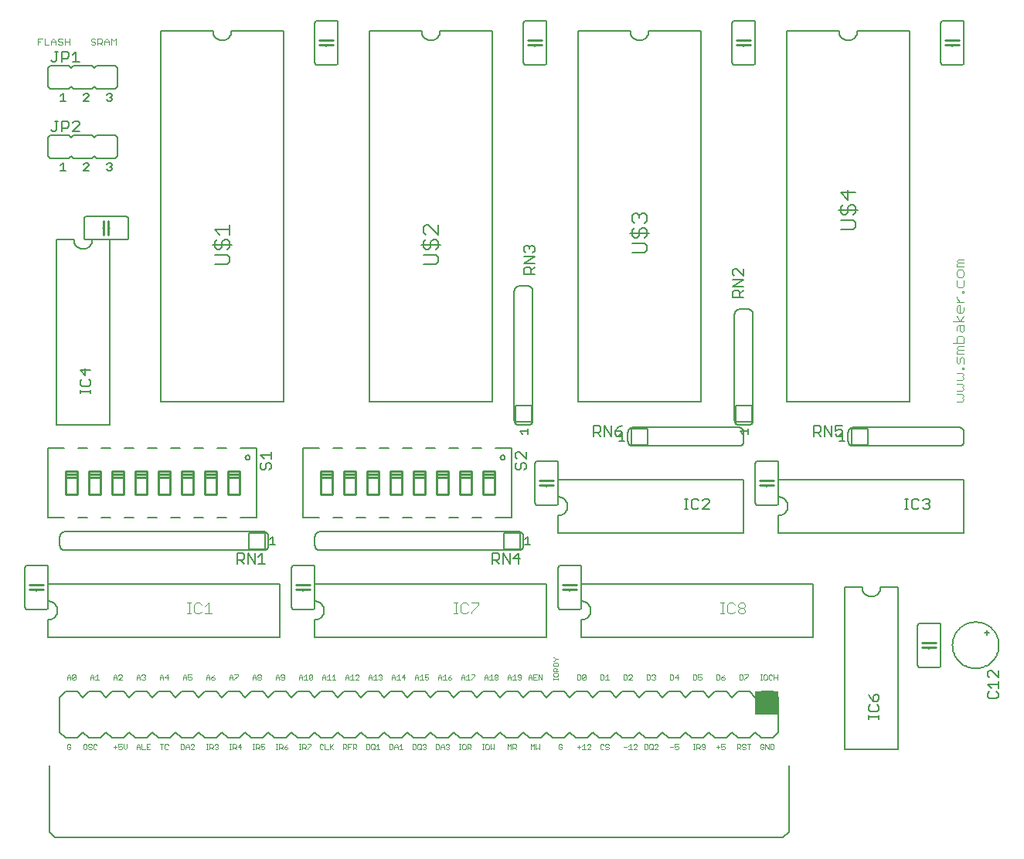
<source format=gto>
G75*
%MOIN*%
%OFA0B0*%
%FSLAX24Y24*%
%IPPOS*%
%LPD*%
%AMOC8*
5,1,8,0,0,1.08239X$1,22.5*
%
%ADD10C,0.0020*%
%ADD11C,0.0040*%
%ADD12C,0.0030*%
%ADD13C,0.0080*%
%ADD14C,0.0060*%
%ADD15C,0.0100*%
%ADD16R,0.1000X0.1000*%
%ADD17C,0.0050*%
D10*
X002527Y003950D02*
X002600Y003950D01*
X002637Y003987D01*
X002637Y004060D01*
X002563Y004060D01*
X002490Y003987D02*
X002527Y003950D01*
X002490Y003987D02*
X002490Y004133D01*
X002527Y004170D01*
X002600Y004170D01*
X002637Y004133D01*
X003190Y004133D02*
X003190Y003987D01*
X003227Y003950D01*
X003300Y003950D01*
X003337Y003987D01*
X003337Y004133D01*
X003300Y004170D01*
X003227Y004170D01*
X003190Y004133D01*
X003411Y004133D02*
X003411Y004097D01*
X003448Y004060D01*
X003521Y004060D01*
X003558Y004023D01*
X003558Y003987D01*
X003521Y003950D01*
X003448Y003950D01*
X003411Y003987D01*
X003411Y004133D02*
X003448Y004170D01*
X003521Y004170D01*
X003558Y004133D01*
X003632Y004133D02*
X003632Y003987D01*
X003669Y003950D01*
X003742Y003950D01*
X003779Y003987D01*
X003779Y004133D02*
X003742Y004170D01*
X003669Y004170D01*
X003632Y004133D01*
X004490Y004060D02*
X004637Y004060D01*
X004711Y004060D02*
X004784Y004097D01*
X004821Y004097D01*
X004858Y004060D01*
X004858Y003987D01*
X004821Y003950D01*
X004748Y003950D01*
X004711Y003987D01*
X004711Y004060D02*
X004711Y004170D01*
X004858Y004170D01*
X004932Y004170D02*
X004932Y004023D01*
X005005Y003950D01*
X005079Y004023D01*
X005079Y004170D01*
X005490Y004097D02*
X005563Y004170D01*
X005637Y004097D01*
X005637Y003950D01*
X005711Y003950D02*
X005858Y003950D01*
X005932Y003950D02*
X006079Y003950D01*
X006005Y004060D02*
X005932Y004060D01*
X005932Y004170D02*
X005932Y003950D01*
X005932Y004170D02*
X006079Y004170D01*
X005711Y004170D02*
X005711Y003950D01*
X005637Y004060D02*
X005490Y004060D01*
X005490Y004097D02*
X005490Y003950D01*
X004563Y003987D02*
X004563Y004133D01*
X006490Y004170D02*
X006637Y004170D01*
X006563Y004170D02*
X006563Y003950D01*
X006711Y003987D02*
X006748Y003950D01*
X006821Y003950D01*
X006858Y003987D01*
X006858Y004133D02*
X006821Y004170D01*
X006748Y004170D01*
X006711Y004133D01*
X006711Y003987D01*
X007390Y003950D02*
X007500Y003950D01*
X007537Y003987D01*
X007537Y004133D01*
X007500Y004170D01*
X007390Y004170D01*
X007390Y003950D01*
X007611Y003950D02*
X007611Y004097D01*
X007684Y004170D01*
X007758Y004097D01*
X007758Y003950D01*
X007832Y003950D02*
X007979Y004097D01*
X007979Y004133D01*
X007942Y004170D01*
X007869Y004170D01*
X007832Y004133D01*
X007758Y004060D02*
X007611Y004060D01*
X007832Y003950D02*
X007979Y003950D01*
X008490Y003950D02*
X008563Y003950D01*
X008527Y003950D02*
X008527Y004170D01*
X008563Y004170D02*
X008490Y004170D01*
X008637Y004170D02*
X008747Y004170D01*
X008784Y004133D01*
X008784Y004060D01*
X008747Y004023D01*
X008637Y004023D01*
X008637Y003950D02*
X008637Y004170D01*
X008711Y004023D02*
X008784Y003950D01*
X008858Y003987D02*
X008895Y003950D01*
X008968Y003950D01*
X009005Y003987D01*
X009005Y004023D01*
X008968Y004060D01*
X008932Y004060D01*
X008968Y004060D02*
X009005Y004097D01*
X009005Y004133D01*
X008968Y004170D01*
X008895Y004170D01*
X008858Y004133D01*
X009490Y004170D02*
X009563Y004170D01*
X009527Y004170D02*
X009527Y003950D01*
X009563Y003950D02*
X009490Y003950D01*
X009637Y003950D02*
X009637Y004170D01*
X009747Y004170D01*
X009784Y004133D01*
X009784Y004060D01*
X009747Y004023D01*
X009637Y004023D01*
X009711Y004023D02*
X009784Y003950D01*
X009858Y004060D02*
X010005Y004060D01*
X009968Y003950D02*
X009968Y004170D01*
X009858Y004060D01*
X010490Y003950D02*
X010563Y003950D01*
X010527Y003950D02*
X010527Y004170D01*
X010563Y004170D02*
X010490Y004170D01*
X010637Y004170D02*
X010747Y004170D01*
X010784Y004133D01*
X010784Y004060D01*
X010747Y004023D01*
X010637Y004023D01*
X010637Y003950D02*
X010637Y004170D01*
X010711Y004023D02*
X010784Y003950D01*
X010858Y003987D02*
X010895Y003950D01*
X010968Y003950D01*
X011005Y003987D01*
X011005Y004060D01*
X010968Y004097D01*
X010932Y004097D01*
X010858Y004060D01*
X010858Y004170D01*
X011005Y004170D01*
X011490Y004170D02*
X011563Y004170D01*
X011527Y004170D02*
X011527Y003950D01*
X011563Y003950D02*
X011490Y003950D01*
X011637Y003950D02*
X011637Y004170D01*
X011747Y004170D01*
X011784Y004133D01*
X011784Y004060D01*
X011747Y004023D01*
X011637Y004023D01*
X011711Y004023D02*
X011784Y003950D01*
X011858Y003987D02*
X011895Y003950D01*
X011968Y003950D01*
X012005Y003987D01*
X012005Y004023D01*
X011968Y004060D01*
X011858Y004060D01*
X011858Y003987D01*
X011858Y004060D02*
X011932Y004133D01*
X012005Y004170D01*
X012490Y004170D02*
X012563Y004170D01*
X012527Y004170D02*
X012527Y003950D01*
X012563Y003950D02*
X012490Y003950D01*
X012637Y003950D02*
X012637Y004170D01*
X012747Y004170D01*
X012784Y004133D01*
X012784Y004060D01*
X012747Y004023D01*
X012637Y004023D01*
X012711Y004023D02*
X012784Y003950D01*
X012858Y003950D02*
X012858Y003987D01*
X013005Y004133D01*
X013005Y004170D01*
X012858Y004170D01*
X013390Y004133D02*
X013390Y003987D01*
X013427Y003950D01*
X013500Y003950D01*
X013537Y003987D01*
X013611Y003950D02*
X013758Y003950D01*
X013832Y003950D02*
X013832Y004170D01*
X013869Y004060D02*
X013979Y003950D01*
X013832Y004023D02*
X013979Y004170D01*
X013611Y004170D02*
X013611Y003950D01*
X013537Y004133D02*
X013500Y004170D01*
X013427Y004170D01*
X013390Y004133D01*
X014390Y004170D02*
X014500Y004170D01*
X014537Y004133D01*
X014537Y004060D01*
X014500Y004023D01*
X014390Y004023D01*
X014390Y003950D02*
X014390Y004170D01*
X014463Y004023D02*
X014537Y003950D01*
X014611Y003950D02*
X014611Y004170D01*
X014758Y004170D01*
X014832Y004170D02*
X014942Y004170D01*
X014979Y004133D01*
X014979Y004060D01*
X014942Y004023D01*
X014832Y004023D01*
X014832Y003950D02*
X014832Y004170D01*
X014905Y004023D02*
X014979Y003950D01*
X014684Y004060D02*
X014611Y004060D01*
X015390Y003950D02*
X015500Y003950D01*
X015537Y003987D01*
X015537Y004133D01*
X015500Y004170D01*
X015390Y004170D01*
X015390Y003950D01*
X015611Y003987D02*
X015648Y003950D01*
X015721Y003950D01*
X015758Y003987D01*
X015758Y004133D01*
X015721Y004170D01*
X015648Y004170D01*
X015611Y004133D01*
X015611Y003987D01*
X015684Y004023D02*
X015758Y003950D01*
X015832Y003950D02*
X015979Y003950D01*
X015905Y003950D02*
X015905Y004170D01*
X015832Y004097D01*
X016390Y004170D02*
X016500Y004170D01*
X016537Y004133D01*
X016537Y003987D01*
X016500Y003950D01*
X016390Y003950D01*
X016390Y004170D01*
X016611Y004097D02*
X016684Y004170D01*
X016758Y004097D01*
X016758Y003950D01*
X016832Y003950D02*
X016979Y003950D01*
X016905Y003950D02*
X016905Y004170D01*
X016832Y004097D01*
X016758Y004060D02*
X016611Y004060D01*
X016611Y004097D02*
X016611Y003950D01*
X017390Y003950D02*
X017500Y003950D01*
X017537Y003987D01*
X017537Y004133D01*
X017500Y004170D01*
X017390Y004170D01*
X017390Y003950D01*
X017611Y003987D02*
X017648Y003950D01*
X017721Y003950D01*
X017758Y003987D01*
X017758Y004133D01*
X017721Y004170D01*
X017648Y004170D01*
X017611Y004133D01*
X017611Y003987D01*
X017684Y004023D02*
X017758Y003950D01*
X017832Y003987D02*
X017869Y003950D01*
X017942Y003950D01*
X017979Y003987D01*
X017979Y004023D01*
X017942Y004060D01*
X017905Y004060D01*
X017942Y004060D02*
X017979Y004097D01*
X017979Y004133D01*
X017942Y004170D01*
X017869Y004170D01*
X017832Y004133D01*
X018390Y004170D02*
X018500Y004170D01*
X018537Y004133D01*
X018537Y003987D01*
X018500Y003950D01*
X018390Y003950D01*
X018390Y004170D01*
X018611Y004097D02*
X018684Y004170D01*
X018758Y004097D01*
X018758Y003950D01*
X018832Y003987D02*
X018869Y003950D01*
X018942Y003950D01*
X018979Y003987D01*
X018979Y004023D01*
X018942Y004060D01*
X018905Y004060D01*
X018942Y004060D02*
X018979Y004097D01*
X018979Y004133D01*
X018942Y004170D01*
X018869Y004170D01*
X018832Y004133D01*
X018758Y004060D02*
X018611Y004060D01*
X018611Y004097D02*
X018611Y003950D01*
X019390Y003950D02*
X019463Y003950D01*
X019427Y003950D02*
X019427Y004170D01*
X019463Y004170D02*
X019390Y004170D01*
X019537Y004133D02*
X019537Y003987D01*
X019574Y003950D01*
X019647Y003950D01*
X019684Y003987D01*
X019684Y004133D01*
X019647Y004170D01*
X019574Y004170D01*
X019537Y004133D01*
X019758Y004170D02*
X019868Y004170D01*
X019905Y004133D01*
X019905Y004060D01*
X019868Y004023D01*
X019758Y004023D01*
X019758Y003950D02*
X019758Y004170D01*
X019832Y004023D02*
X019905Y003950D01*
X020390Y003950D02*
X020463Y003950D01*
X020427Y003950D02*
X020427Y004170D01*
X020463Y004170D02*
X020390Y004170D01*
X020537Y004133D02*
X020537Y003987D01*
X020574Y003950D01*
X020647Y003950D01*
X020684Y003987D01*
X020684Y004133D01*
X020647Y004170D01*
X020574Y004170D01*
X020537Y004133D01*
X020758Y004170D02*
X020758Y003950D01*
X020832Y004023D01*
X020905Y003950D01*
X020905Y004170D01*
X021490Y004170D02*
X021563Y004097D01*
X021637Y004170D01*
X021637Y003950D01*
X021711Y003950D02*
X021711Y004170D01*
X021821Y004170D01*
X021858Y004133D01*
X021858Y004060D01*
X021821Y004023D01*
X021711Y004023D01*
X021784Y004023D02*
X021858Y003950D01*
X021490Y003950D02*
X021490Y004170D01*
X022490Y004170D02*
X022563Y004097D01*
X022637Y004170D01*
X022637Y003950D01*
X022711Y003950D02*
X022784Y004023D01*
X022858Y003950D01*
X022858Y004170D01*
X022711Y004170D02*
X022711Y003950D01*
X022490Y003950D02*
X022490Y004170D01*
X023690Y004133D02*
X023690Y003987D01*
X023727Y003950D01*
X023800Y003950D01*
X023837Y003987D01*
X023837Y004060D01*
X023763Y004060D01*
X023690Y004133D02*
X023727Y004170D01*
X023800Y004170D01*
X023837Y004133D01*
X024490Y004060D02*
X024637Y004060D01*
X024711Y004097D02*
X024784Y004170D01*
X024784Y003950D01*
X024711Y003950D02*
X024858Y003950D01*
X024932Y003950D02*
X025079Y004097D01*
X025079Y004133D01*
X025042Y004170D01*
X024969Y004170D01*
X024932Y004133D01*
X024932Y003950D02*
X025079Y003950D01*
X025490Y003987D02*
X025527Y003950D01*
X025600Y003950D01*
X025637Y003987D01*
X025711Y003987D02*
X025748Y003950D01*
X025821Y003950D01*
X025858Y003987D01*
X025858Y004023D01*
X025821Y004060D01*
X025748Y004060D01*
X025711Y004097D01*
X025711Y004133D01*
X025748Y004170D01*
X025821Y004170D01*
X025858Y004133D01*
X025637Y004133D02*
X025600Y004170D01*
X025527Y004170D01*
X025490Y004133D01*
X025490Y003987D01*
X024563Y003987D02*
X024563Y004133D01*
X026490Y004060D02*
X026637Y004060D01*
X026711Y004097D02*
X026784Y004170D01*
X026784Y003950D01*
X026711Y003950D02*
X026858Y003950D01*
X026932Y003950D02*
X027079Y004097D01*
X027079Y004133D01*
X027042Y004170D01*
X026969Y004170D01*
X026932Y004133D01*
X026932Y003950D02*
X027079Y003950D01*
X027390Y003950D02*
X027500Y003950D01*
X027537Y003987D01*
X027537Y004133D01*
X027500Y004170D01*
X027390Y004170D01*
X027390Y003950D01*
X027611Y003987D02*
X027648Y003950D01*
X027721Y003950D01*
X027758Y003987D01*
X027758Y004133D01*
X027721Y004170D01*
X027648Y004170D01*
X027611Y004133D01*
X027611Y003987D01*
X027684Y004023D02*
X027758Y003950D01*
X027832Y003950D02*
X027979Y004097D01*
X027979Y004133D01*
X027942Y004170D01*
X027869Y004170D01*
X027832Y004133D01*
X027832Y003950D02*
X027979Y003950D01*
X028490Y004060D02*
X028637Y004060D01*
X028711Y004060D02*
X028784Y004097D01*
X028821Y004097D01*
X028858Y004060D01*
X028858Y003987D01*
X028821Y003950D01*
X028748Y003950D01*
X028711Y003987D01*
X028711Y004060D02*
X028711Y004170D01*
X028858Y004170D01*
X029490Y004170D02*
X029563Y004170D01*
X029527Y004170D02*
X029527Y003950D01*
X029563Y003950D02*
X029490Y003950D01*
X029637Y003950D02*
X029637Y004170D01*
X029747Y004170D01*
X029784Y004133D01*
X029784Y004060D01*
X029747Y004023D01*
X029637Y004023D01*
X029711Y004023D02*
X029784Y003950D01*
X029858Y003987D02*
X029895Y003950D01*
X029968Y003950D01*
X030005Y003987D01*
X030005Y004133D01*
X029968Y004170D01*
X029895Y004170D01*
X029858Y004133D01*
X029858Y004097D01*
X029895Y004060D01*
X030005Y004060D01*
X030490Y004060D02*
X030637Y004060D01*
X030711Y004060D02*
X030784Y004097D01*
X030821Y004097D01*
X030858Y004060D01*
X030858Y003987D01*
X030821Y003950D01*
X030748Y003950D01*
X030711Y003987D01*
X030711Y004060D02*
X030711Y004170D01*
X030858Y004170D01*
X030563Y004133D02*
X030563Y003987D01*
X031390Y004023D02*
X031500Y004023D01*
X031537Y004060D01*
X031537Y004133D01*
X031500Y004170D01*
X031390Y004170D01*
X031390Y003950D01*
X031463Y004023D02*
X031537Y003950D01*
X031611Y003987D02*
X031648Y003950D01*
X031721Y003950D01*
X031758Y003987D01*
X031758Y004023D01*
X031721Y004060D01*
X031648Y004060D01*
X031611Y004097D01*
X031611Y004133D01*
X031648Y004170D01*
X031721Y004170D01*
X031758Y004133D01*
X031832Y004170D02*
X031979Y004170D01*
X031905Y004170D02*
X031905Y003950D01*
X032390Y003987D02*
X032427Y003950D01*
X032500Y003950D01*
X032537Y003987D01*
X032537Y004060D01*
X032463Y004060D01*
X032390Y004133D02*
X032390Y003987D01*
X032390Y004133D02*
X032427Y004170D01*
X032500Y004170D01*
X032537Y004133D01*
X032611Y004170D02*
X032758Y003950D01*
X032758Y004170D01*
X032832Y004170D02*
X032942Y004170D01*
X032979Y004133D01*
X032979Y003987D01*
X032942Y003950D01*
X032832Y003950D01*
X032832Y004170D01*
X032611Y004170D02*
X032611Y003950D01*
X032647Y006950D02*
X032684Y006987D01*
X032684Y007133D01*
X032647Y007170D01*
X032574Y007170D01*
X032537Y007133D01*
X032537Y006987D01*
X032574Y006950D01*
X032647Y006950D01*
X032758Y006987D02*
X032795Y006950D01*
X032868Y006950D01*
X032905Y006987D01*
X032979Y006950D02*
X032979Y007170D01*
X032905Y007133D02*
X032868Y007170D01*
X032795Y007170D01*
X032758Y007133D01*
X032758Y006987D01*
X032979Y007060D02*
X033126Y007060D01*
X033126Y007170D02*
X033126Y006950D01*
X032463Y006950D02*
X032390Y006950D01*
X032427Y006950D02*
X032427Y007170D01*
X032463Y007170D02*
X032390Y007170D01*
X031858Y007170D02*
X031858Y007133D01*
X031711Y006987D01*
X031711Y006950D01*
X031637Y006987D02*
X031637Y007133D01*
X031600Y007170D01*
X031490Y007170D01*
X031490Y006950D01*
X031600Y006950D01*
X031637Y006987D01*
X031711Y007170D02*
X031858Y007170D01*
X030858Y007170D02*
X030784Y007133D01*
X030711Y007060D01*
X030821Y007060D01*
X030858Y007023D01*
X030858Y006987D01*
X030821Y006950D01*
X030748Y006950D01*
X030711Y006987D01*
X030711Y007060D01*
X030637Y006987D02*
X030637Y007133D01*
X030600Y007170D01*
X030490Y007170D01*
X030490Y006950D01*
X030600Y006950D01*
X030637Y006987D01*
X029858Y006987D02*
X029821Y006950D01*
X029748Y006950D01*
X029711Y006987D01*
X029711Y007060D02*
X029784Y007097D01*
X029821Y007097D01*
X029858Y007060D01*
X029858Y006987D01*
X029711Y007060D02*
X029711Y007170D01*
X029858Y007170D01*
X029637Y007133D02*
X029600Y007170D01*
X029490Y007170D01*
X029490Y006950D01*
X029600Y006950D01*
X029637Y006987D01*
X029637Y007133D01*
X028858Y007060D02*
X028711Y007060D01*
X028821Y007170D01*
X028821Y006950D01*
X028637Y006987D02*
X028637Y007133D01*
X028600Y007170D01*
X028490Y007170D01*
X028490Y006950D01*
X028600Y006950D01*
X028637Y006987D01*
X027858Y006987D02*
X027821Y006950D01*
X027748Y006950D01*
X027711Y006987D01*
X027637Y006987D02*
X027637Y007133D01*
X027600Y007170D01*
X027490Y007170D01*
X027490Y006950D01*
X027600Y006950D01*
X027637Y006987D01*
X027711Y007133D02*
X027748Y007170D01*
X027821Y007170D01*
X027858Y007133D01*
X027858Y007097D01*
X027821Y007060D01*
X027858Y007023D01*
X027858Y006987D01*
X027821Y007060D02*
X027784Y007060D01*
X026858Y007097D02*
X026858Y007133D01*
X026821Y007170D01*
X026748Y007170D01*
X026711Y007133D01*
X026637Y007133D02*
X026600Y007170D01*
X026490Y007170D01*
X026490Y006950D01*
X026600Y006950D01*
X026637Y006987D01*
X026637Y007133D01*
X026711Y006950D02*
X026858Y007097D01*
X026858Y006950D02*
X026711Y006950D01*
X025858Y006950D02*
X025711Y006950D01*
X025784Y006950D02*
X025784Y007170D01*
X025711Y007097D01*
X025637Y007133D02*
X025637Y006987D01*
X025600Y006950D01*
X025490Y006950D01*
X025490Y007170D01*
X025600Y007170D01*
X025637Y007133D01*
X024858Y007133D02*
X024858Y006987D01*
X024821Y006950D01*
X024748Y006950D01*
X024711Y006987D01*
X024858Y007133D01*
X024821Y007170D01*
X024748Y007170D01*
X024711Y007133D01*
X024711Y006987D01*
X024637Y006987D02*
X024637Y007133D01*
X024600Y007170D01*
X024490Y007170D01*
X024490Y006950D01*
X024600Y006950D01*
X024637Y006987D01*
X023670Y006987D02*
X023450Y006987D01*
X023450Y007023D02*
X023450Y006950D01*
X023487Y007097D02*
X023633Y007097D01*
X023670Y007134D01*
X023670Y007207D01*
X023633Y007244D01*
X023487Y007244D01*
X023450Y007207D01*
X023450Y007134D01*
X023487Y007097D01*
X023670Y007023D02*
X023670Y006950D01*
X023670Y007318D02*
X023450Y007318D01*
X023450Y007428D01*
X023487Y007465D01*
X023560Y007465D01*
X023597Y007428D01*
X023597Y007318D01*
X023597Y007392D02*
X023670Y007465D01*
X023670Y007539D02*
X023670Y007649D01*
X023633Y007686D01*
X023487Y007686D01*
X023450Y007649D01*
X023450Y007539D01*
X023670Y007539D01*
X023487Y007760D02*
X023560Y007834D01*
X023670Y007834D01*
X023560Y007834D02*
X023487Y007907D01*
X023450Y007907D01*
X023450Y007760D02*
X023487Y007760D01*
X022979Y007170D02*
X022979Y006950D01*
X022832Y007170D01*
X022832Y006950D01*
X022758Y006950D02*
X022611Y006950D01*
X022611Y007170D01*
X022758Y007170D01*
X022684Y007060D02*
X022611Y007060D01*
X022537Y007060D02*
X022390Y007060D01*
X022390Y007097D02*
X022463Y007170D01*
X022537Y007097D01*
X022537Y006950D01*
X022390Y006950D02*
X022390Y007097D01*
X022079Y007133D02*
X022042Y007170D01*
X021969Y007170D01*
X021932Y007133D01*
X021932Y007097D01*
X021969Y007060D01*
X022079Y007060D01*
X022079Y006987D02*
X022079Y007133D01*
X022079Y006987D02*
X022042Y006950D01*
X021969Y006950D01*
X021932Y006987D01*
X021858Y006950D02*
X021711Y006950D01*
X021784Y006950D02*
X021784Y007170D01*
X021711Y007097D01*
X021637Y007097D02*
X021563Y007170D01*
X021490Y007097D01*
X021490Y006950D01*
X021490Y007060D02*
X021637Y007060D01*
X021637Y007097D02*
X021637Y006950D01*
X021079Y006987D02*
X021042Y006950D01*
X020969Y006950D01*
X020932Y006987D01*
X020932Y007023D01*
X020969Y007060D01*
X021042Y007060D01*
X021079Y007023D01*
X021079Y006987D01*
X021042Y007060D02*
X021079Y007097D01*
X021079Y007133D01*
X021042Y007170D01*
X020969Y007170D01*
X020932Y007133D01*
X020932Y007097D01*
X020969Y007060D01*
X020858Y006950D02*
X020711Y006950D01*
X020784Y006950D02*
X020784Y007170D01*
X020711Y007097D01*
X020637Y007097D02*
X020637Y006950D01*
X020637Y007060D02*
X020490Y007060D01*
X020490Y007097D02*
X020563Y007170D01*
X020637Y007097D01*
X020490Y007097D02*
X020490Y006950D01*
X020079Y007133D02*
X019932Y006987D01*
X019932Y006950D01*
X019858Y006950D02*
X019711Y006950D01*
X019784Y006950D02*
X019784Y007170D01*
X019711Y007097D01*
X019637Y007097D02*
X019637Y006950D01*
X019637Y007060D02*
X019490Y007060D01*
X019490Y007097D02*
X019563Y007170D01*
X019637Y007097D01*
X019490Y007097D02*
X019490Y006950D01*
X019079Y006987D02*
X019079Y007023D01*
X019042Y007060D01*
X018932Y007060D01*
X018932Y006987D01*
X018969Y006950D01*
X019042Y006950D01*
X019079Y006987D01*
X019005Y007133D02*
X018932Y007060D01*
X019005Y007133D02*
X019079Y007170D01*
X018784Y007170D02*
X018784Y006950D01*
X018711Y006950D02*
X018858Y006950D01*
X018711Y007097D02*
X018784Y007170D01*
X018637Y007097D02*
X018637Y006950D01*
X018637Y007060D02*
X018490Y007060D01*
X018490Y007097D02*
X018563Y007170D01*
X018637Y007097D01*
X018490Y007097D02*
X018490Y006950D01*
X018079Y006987D02*
X018042Y006950D01*
X017969Y006950D01*
X017932Y006987D01*
X017932Y007060D02*
X018005Y007097D01*
X018042Y007097D01*
X018079Y007060D01*
X018079Y006987D01*
X017932Y007060D02*
X017932Y007170D01*
X018079Y007170D01*
X017784Y007170D02*
X017784Y006950D01*
X017711Y006950D02*
X017858Y006950D01*
X017711Y007097D02*
X017784Y007170D01*
X017637Y007097D02*
X017637Y006950D01*
X017637Y007060D02*
X017490Y007060D01*
X017490Y007097D02*
X017563Y007170D01*
X017637Y007097D01*
X017490Y007097D02*
X017490Y006950D01*
X017079Y007060D02*
X016932Y007060D01*
X017042Y007170D01*
X017042Y006950D01*
X016858Y006950D02*
X016711Y006950D01*
X016784Y006950D02*
X016784Y007170D01*
X016711Y007097D01*
X016637Y007097D02*
X016637Y006950D01*
X016637Y007060D02*
X016490Y007060D01*
X016490Y007097D02*
X016563Y007170D01*
X016637Y007097D01*
X016490Y007097D02*
X016490Y006950D01*
X016079Y006987D02*
X016042Y006950D01*
X015969Y006950D01*
X015932Y006987D01*
X015858Y006950D02*
X015711Y006950D01*
X015784Y006950D02*
X015784Y007170D01*
X015711Y007097D01*
X015637Y007097D02*
X015637Y006950D01*
X015637Y007060D02*
X015490Y007060D01*
X015490Y007097D02*
X015563Y007170D01*
X015637Y007097D01*
X015490Y007097D02*
X015490Y006950D01*
X015079Y006950D02*
X014932Y006950D01*
X015079Y007097D01*
X015079Y007133D01*
X015042Y007170D01*
X014969Y007170D01*
X014932Y007133D01*
X014784Y007170D02*
X014784Y006950D01*
X014711Y006950D02*
X014858Y006950D01*
X014711Y007097D02*
X014784Y007170D01*
X014637Y007097D02*
X014637Y006950D01*
X014637Y007060D02*
X014490Y007060D01*
X014490Y007097D02*
X014563Y007170D01*
X014637Y007097D01*
X014490Y007097D02*
X014490Y006950D01*
X014079Y006950D02*
X013932Y006950D01*
X014005Y006950D02*
X014005Y007170D01*
X013932Y007097D01*
X013858Y006950D02*
X013711Y006950D01*
X013784Y006950D02*
X013784Y007170D01*
X013711Y007097D01*
X013637Y007097D02*
X013637Y006950D01*
X013637Y007060D02*
X013490Y007060D01*
X013490Y007097D02*
X013563Y007170D01*
X013637Y007097D01*
X013490Y007097D02*
X013490Y006950D01*
X013079Y006987D02*
X013079Y007133D01*
X012932Y006987D01*
X012969Y006950D01*
X013042Y006950D01*
X013079Y006987D01*
X013079Y007133D02*
X013042Y007170D01*
X012969Y007170D01*
X012932Y007133D01*
X012932Y006987D01*
X012858Y006950D02*
X012711Y006950D01*
X012784Y006950D02*
X012784Y007170D01*
X012711Y007097D01*
X012637Y007097D02*
X012637Y006950D01*
X012637Y007060D02*
X012490Y007060D01*
X012490Y007097D02*
X012563Y007170D01*
X012637Y007097D01*
X012490Y007097D02*
X012490Y006950D01*
X011858Y006987D02*
X011858Y007133D01*
X011821Y007170D01*
X011748Y007170D01*
X011711Y007133D01*
X011711Y007097D01*
X011748Y007060D01*
X011858Y007060D01*
X011858Y006987D02*
X011821Y006950D01*
X011748Y006950D01*
X011711Y006987D01*
X011637Y006950D02*
X011637Y007097D01*
X011563Y007170D01*
X011490Y007097D01*
X011490Y006950D01*
X011490Y007060D02*
X011637Y007060D01*
X010858Y007023D02*
X010858Y006987D01*
X010821Y006950D01*
X010748Y006950D01*
X010711Y006987D01*
X010711Y007023D01*
X010748Y007060D01*
X010821Y007060D01*
X010858Y007023D01*
X010821Y007060D02*
X010858Y007097D01*
X010858Y007133D01*
X010821Y007170D01*
X010748Y007170D01*
X010711Y007133D01*
X010711Y007097D01*
X010748Y007060D01*
X010637Y007060D02*
X010490Y007060D01*
X010490Y007097D02*
X010563Y007170D01*
X010637Y007097D01*
X010637Y006950D01*
X010490Y006950D02*
X010490Y007097D01*
X009858Y007133D02*
X009711Y006987D01*
X009711Y006950D01*
X009637Y006950D02*
X009637Y007097D01*
X009563Y007170D01*
X009490Y007097D01*
X009490Y006950D01*
X009490Y007060D02*
X009637Y007060D01*
X009711Y007170D02*
X009858Y007170D01*
X009858Y007133D01*
X008858Y007170D02*
X008784Y007133D01*
X008711Y007060D01*
X008821Y007060D01*
X008858Y007023D01*
X008858Y006987D01*
X008821Y006950D01*
X008748Y006950D01*
X008711Y006987D01*
X008711Y007060D01*
X008637Y007060D02*
X008490Y007060D01*
X008490Y007097D02*
X008563Y007170D01*
X008637Y007097D01*
X008637Y006950D01*
X008490Y006950D02*
X008490Y007097D01*
X007858Y007060D02*
X007858Y006987D01*
X007821Y006950D01*
X007748Y006950D01*
X007711Y006987D01*
X007711Y007060D02*
X007784Y007097D01*
X007821Y007097D01*
X007858Y007060D01*
X007858Y007170D02*
X007711Y007170D01*
X007711Y007060D01*
X007637Y007060D02*
X007490Y007060D01*
X007490Y007097D02*
X007563Y007170D01*
X007637Y007097D01*
X007637Y006950D01*
X007490Y006950D02*
X007490Y007097D01*
X006858Y007060D02*
X006711Y007060D01*
X006821Y007170D01*
X006821Y006950D01*
X006637Y006950D02*
X006637Y007097D01*
X006563Y007170D01*
X006490Y007097D01*
X006490Y006950D01*
X006490Y007060D02*
X006637Y007060D01*
X005858Y007023D02*
X005858Y006987D01*
X005821Y006950D01*
X005748Y006950D01*
X005711Y006987D01*
X005637Y006950D02*
X005637Y007097D01*
X005563Y007170D01*
X005490Y007097D01*
X005490Y006950D01*
X005490Y007060D02*
X005637Y007060D01*
X005711Y007133D02*
X005748Y007170D01*
X005821Y007170D01*
X005858Y007133D01*
X005858Y007097D01*
X005821Y007060D01*
X005858Y007023D01*
X005821Y007060D02*
X005784Y007060D01*
X004858Y007097D02*
X004858Y007133D01*
X004821Y007170D01*
X004748Y007170D01*
X004711Y007133D01*
X004637Y007097D02*
X004563Y007170D01*
X004490Y007097D01*
X004490Y006950D01*
X004490Y007060D02*
X004637Y007060D01*
X004637Y007097D02*
X004637Y006950D01*
X004711Y006950D02*
X004858Y007097D01*
X004858Y006950D02*
X004711Y006950D01*
X003858Y006950D02*
X003711Y006950D01*
X003784Y006950D02*
X003784Y007170D01*
X003711Y007097D01*
X003637Y007097D02*
X003637Y006950D01*
X003637Y007060D02*
X003490Y007060D01*
X003490Y007097D02*
X003563Y007170D01*
X003637Y007097D01*
X003490Y007097D02*
X003490Y006950D01*
X002858Y006987D02*
X002821Y006950D01*
X002748Y006950D01*
X002711Y006987D01*
X002858Y007133D01*
X002858Y006987D01*
X002858Y007133D02*
X002821Y007170D01*
X002748Y007170D01*
X002711Y007133D01*
X002711Y006987D01*
X002637Y006950D02*
X002637Y007097D01*
X002563Y007170D01*
X002490Y007097D01*
X002490Y006950D01*
X002490Y007060D02*
X002637Y007060D01*
X015932Y007133D02*
X015969Y007170D01*
X016042Y007170D01*
X016079Y007133D01*
X016079Y007097D01*
X016042Y007060D01*
X016079Y007023D01*
X016079Y006987D01*
X016042Y007060D02*
X016005Y007060D01*
X019932Y007170D02*
X020079Y007170D01*
X020079Y007133D01*
D11*
X019940Y009810D02*
X019940Y009887D01*
X020247Y010194D01*
X020247Y010270D01*
X019940Y010270D01*
X019786Y010194D02*
X019709Y010270D01*
X019556Y010270D01*
X019479Y010194D01*
X019479Y009887D01*
X019556Y009810D01*
X019709Y009810D01*
X019786Y009887D01*
X019326Y009810D02*
X019172Y009810D01*
X019249Y009810D02*
X019249Y010270D01*
X019172Y010270D02*
X019326Y010270D01*
X008747Y009810D02*
X008440Y009810D01*
X008593Y009810D02*
X008593Y010270D01*
X008440Y010117D01*
X008286Y010194D02*
X008209Y010270D01*
X008056Y010270D01*
X007979Y010194D01*
X007979Y009887D01*
X008056Y009810D01*
X008209Y009810D01*
X008286Y009887D01*
X007826Y009810D02*
X007672Y009810D01*
X007749Y009810D02*
X007749Y010270D01*
X007672Y010270D02*
X007826Y010270D01*
X030672Y010270D02*
X030826Y010270D01*
X030749Y010270D02*
X030749Y009810D01*
X030672Y009810D02*
X030826Y009810D01*
X030979Y009887D02*
X031056Y009810D01*
X031209Y009810D01*
X031286Y009887D01*
X031440Y009887D02*
X031440Y009963D01*
X031516Y010040D01*
X031670Y010040D01*
X031747Y009963D01*
X031747Y009887D01*
X031670Y009810D01*
X031516Y009810D01*
X031440Y009887D01*
X031516Y010040D02*
X031440Y010117D01*
X031440Y010194D01*
X031516Y010270D01*
X031670Y010270D01*
X031747Y010194D01*
X031747Y010117D01*
X031670Y010040D01*
X031286Y010194D02*
X031209Y010270D01*
X031056Y010270D01*
X030979Y010194D01*
X030979Y009887D01*
X040853Y018960D02*
X041083Y018960D01*
X041160Y019037D01*
X041083Y019113D01*
X041160Y019190D01*
X041083Y019267D01*
X040853Y019267D01*
X040853Y019420D02*
X041083Y019420D01*
X041160Y019497D01*
X041083Y019574D01*
X041160Y019651D01*
X041083Y019727D01*
X040853Y019727D01*
X040853Y019881D02*
X041083Y019881D01*
X041160Y019958D01*
X041083Y020034D01*
X041160Y020111D01*
X041083Y020188D01*
X040853Y020188D01*
X041083Y020341D02*
X041083Y020418D01*
X041160Y020418D01*
X041160Y020341D01*
X041083Y020341D01*
X041160Y020571D02*
X041160Y020802D01*
X041083Y020878D01*
X041007Y020802D01*
X041007Y020648D01*
X040930Y020571D01*
X040853Y020648D01*
X040853Y020878D01*
X040853Y021032D02*
X040853Y021108D01*
X040930Y021185D01*
X040853Y021262D01*
X040930Y021339D01*
X041160Y021339D01*
X041160Y021492D02*
X040700Y021492D01*
X040853Y021492D02*
X040853Y021722D01*
X040930Y021799D01*
X041083Y021799D01*
X041160Y021722D01*
X041160Y021492D01*
X041160Y021185D02*
X040930Y021185D01*
X040853Y021032D02*
X041160Y021032D01*
X041083Y021953D02*
X041007Y022029D01*
X041007Y022259D01*
X040930Y022259D02*
X041160Y022259D01*
X041160Y022029D01*
X041083Y021953D01*
X040853Y022029D02*
X040853Y022183D01*
X040930Y022259D01*
X041007Y022413D02*
X040853Y022643D01*
X040930Y022797D02*
X040853Y022873D01*
X040853Y023027D01*
X040930Y023104D01*
X041007Y023104D01*
X041007Y022797D01*
X041083Y022797D02*
X041160Y022873D01*
X041160Y023027D01*
X041160Y023257D02*
X040853Y023257D01*
X040853Y023410D02*
X040853Y023487D01*
X040853Y023410D02*
X041007Y023257D01*
X041083Y023641D02*
X041083Y023717D01*
X041160Y023717D01*
X041160Y023641D01*
X041083Y023641D01*
X041083Y023871D02*
X041160Y023948D01*
X041160Y024178D01*
X041083Y024331D02*
X041160Y024408D01*
X041160Y024561D01*
X041083Y024638D01*
X040930Y024638D01*
X040853Y024561D01*
X040853Y024408D01*
X040930Y024331D01*
X041083Y024331D01*
X040853Y024178D02*
X040853Y023948D01*
X040930Y023871D01*
X041083Y023871D01*
X041160Y024792D02*
X040853Y024792D01*
X040853Y024868D01*
X040930Y024945D01*
X040853Y025022D01*
X040930Y025099D01*
X041160Y025099D01*
X041160Y024945D02*
X040930Y024945D01*
X040930Y022797D02*
X041083Y022797D01*
X041160Y022643D02*
X041007Y022413D01*
X041160Y022413D02*
X040700Y022413D01*
D12*
X004594Y034335D02*
X004594Y034625D01*
X004497Y034528D01*
X004400Y034625D01*
X004400Y034335D01*
X004299Y034335D02*
X004299Y034528D01*
X004202Y034625D01*
X004106Y034528D01*
X004106Y034335D01*
X004005Y034335D02*
X003908Y034432D01*
X003956Y034432D02*
X003811Y034432D01*
X003811Y034335D02*
X003811Y034625D01*
X003956Y034625D01*
X004005Y034577D01*
X004005Y034480D01*
X003956Y034432D01*
X004106Y034480D02*
X004299Y034480D01*
X003710Y034432D02*
X003710Y034383D01*
X003662Y034335D01*
X003565Y034335D01*
X003516Y034383D01*
X003565Y034480D02*
X003662Y034480D01*
X003710Y034432D01*
X003710Y034577D02*
X003662Y034625D01*
X003565Y034625D01*
X003516Y034577D01*
X003516Y034528D01*
X003565Y034480D01*
X002594Y034480D02*
X002400Y034480D01*
X002299Y034432D02*
X002299Y034383D01*
X002251Y034335D01*
X002154Y034335D01*
X002106Y034383D01*
X002154Y034480D02*
X002251Y034480D01*
X002299Y034432D01*
X002400Y034335D02*
X002400Y034625D01*
X002299Y034577D02*
X002251Y034625D01*
X002154Y034625D01*
X002106Y034577D01*
X002106Y034528D01*
X002154Y034480D01*
X002005Y034480D02*
X001811Y034480D01*
X001811Y034528D02*
X001908Y034625D01*
X002005Y034528D01*
X002005Y034335D01*
X001811Y034335D02*
X001811Y034528D01*
X001710Y034335D02*
X001516Y034335D01*
X001516Y034625D01*
X001415Y034625D02*
X001222Y034625D01*
X001222Y034335D01*
X001222Y034480D02*
X001318Y034480D01*
X002594Y034625D02*
X002594Y034335D01*
D13*
X001730Y003240D02*
X001730Y000390D01*
X001980Y000140D01*
X033380Y000140D01*
X033630Y000390D01*
X033630Y003240D01*
D14*
X032930Y004440D02*
X032430Y004440D01*
X032180Y004690D01*
X031930Y004440D01*
X031430Y004440D01*
X031180Y004690D01*
X030930Y004440D01*
X030430Y004440D01*
X030180Y004690D01*
X029930Y004440D01*
X029430Y004440D01*
X029180Y004690D01*
X028930Y004440D01*
X028430Y004440D01*
X028180Y004690D01*
X027930Y004440D01*
X027430Y004440D01*
X027180Y004690D01*
X026930Y004440D01*
X026430Y004440D01*
X026180Y004690D01*
X025930Y004440D01*
X025430Y004440D01*
X025180Y004690D01*
X024930Y004440D01*
X024430Y004440D01*
X024180Y004690D01*
X023930Y004440D01*
X023430Y004440D01*
X023180Y004690D01*
X022930Y004440D01*
X022430Y004440D01*
X022180Y004690D01*
X021930Y004440D01*
X021430Y004440D01*
X021180Y004690D01*
X020930Y004440D01*
X020430Y004440D01*
X020180Y004690D01*
X019930Y004440D01*
X019430Y004440D01*
X019180Y004690D01*
X018930Y004440D01*
X018430Y004440D01*
X018180Y004690D01*
X017930Y004440D01*
X017430Y004440D01*
X017180Y004690D01*
X016930Y004440D01*
X016430Y004440D01*
X016180Y004690D01*
X015930Y004440D01*
X015430Y004440D01*
X015180Y004690D01*
X014930Y004440D01*
X014430Y004440D01*
X014180Y004690D01*
X013930Y004440D01*
X013430Y004440D01*
X013180Y004690D01*
X012930Y004440D01*
X012430Y004440D01*
X012180Y004690D01*
X011930Y004440D01*
X011430Y004440D01*
X011180Y004690D01*
X010930Y004440D01*
X010430Y004440D01*
X010180Y004690D01*
X009930Y004440D01*
X009430Y004440D01*
X009180Y004690D01*
X008930Y004440D01*
X008430Y004440D01*
X008180Y004690D01*
X007930Y004440D01*
X007430Y004440D01*
X007180Y004690D01*
X006930Y004440D01*
X006430Y004440D01*
X006180Y004690D01*
X005930Y004440D01*
X005430Y004440D01*
X005180Y004690D01*
X004930Y004440D01*
X004430Y004440D01*
X004180Y004690D01*
X003930Y004440D01*
X003430Y004440D01*
X003180Y004690D01*
X002930Y004440D01*
X002430Y004440D01*
X002180Y004690D01*
X002180Y006190D01*
X002430Y006440D01*
X002930Y006440D01*
X003180Y006190D01*
X003430Y006440D01*
X003930Y006440D01*
X004180Y006190D01*
X004430Y006440D01*
X004930Y006440D01*
X005180Y006190D01*
X005430Y006440D01*
X005930Y006440D01*
X006180Y006190D01*
X006430Y006440D01*
X006930Y006440D01*
X007180Y006190D01*
X007430Y006440D01*
X007930Y006440D01*
X008180Y006190D01*
X008430Y006440D01*
X008930Y006440D01*
X009180Y006190D01*
X009430Y006440D01*
X009930Y006440D01*
X010180Y006190D01*
X010430Y006440D01*
X010930Y006440D01*
X011180Y006190D01*
X011430Y006440D01*
X011930Y006440D01*
X012180Y006190D01*
X012430Y006440D01*
X012930Y006440D01*
X013180Y006190D01*
X013430Y006440D01*
X013930Y006440D01*
X014180Y006190D01*
X014430Y006440D01*
X014930Y006440D01*
X015180Y006190D01*
X015430Y006440D01*
X015930Y006440D01*
X016180Y006190D01*
X016430Y006440D01*
X016930Y006440D01*
X017180Y006190D01*
X017430Y006440D01*
X017930Y006440D01*
X018180Y006190D01*
X018430Y006440D01*
X018930Y006440D01*
X019180Y006190D01*
X019430Y006440D01*
X019930Y006440D01*
X020180Y006190D01*
X020430Y006440D01*
X020930Y006440D01*
X021180Y006190D01*
X021430Y006440D01*
X021930Y006440D01*
X022180Y006190D01*
X022430Y006440D01*
X022930Y006440D01*
X023180Y006190D01*
X023430Y006440D01*
X023930Y006440D01*
X024180Y006190D01*
X024430Y006440D01*
X024930Y006440D01*
X025180Y006190D01*
X025430Y006440D01*
X025930Y006440D01*
X026180Y006190D01*
X026430Y006440D01*
X026930Y006440D01*
X027180Y006190D01*
X027430Y006440D01*
X027930Y006440D01*
X028180Y006190D01*
X028430Y006440D01*
X028930Y006440D01*
X029180Y006190D01*
X029430Y006440D01*
X029930Y006440D01*
X030180Y006190D01*
X030430Y006440D01*
X030930Y006440D01*
X031180Y006190D01*
X031430Y006440D01*
X031930Y006440D01*
X032180Y006190D01*
X032430Y006440D01*
X032930Y006440D01*
X033180Y006190D01*
X033180Y004690D01*
X032930Y004440D01*
X036030Y003940D02*
X038330Y003940D01*
X038330Y010940D01*
X037580Y010940D01*
X037578Y010901D01*
X037572Y010862D01*
X037563Y010824D01*
X037550Y010787D01*
X037533Y010751D01*
X037513Y010718D01*
X037489Y010686D01*
X037463Y010657D01*
X037434Y010631D01*
X037402Y010607D01*
X037369Y010587D01*
X037333Y010570D01*
X037296Y010557D01*
X037258Y010548D01*
X037219Y010542D01*
X037180Y010540D01*
X037141Y010542D01*
X037102Y010548D01*
X037064Y010557D01*
X037027Y010570D01*
X036991Y010587D01*
X036958Y010607D01*
X036926Y010631D01*
X036897Y010657D01*
X036871Y010686D01*
X036847Y010718D01*
X036827Y010751D01*
X036810Y010787D01*
X036797Y010824D01*
X036788Y010862D01*
X036782Y010901D01*
X036780Y010940D01*
X036030Y010940D01*
X036030Y003940D01*
X039280Y007490D02*
X040080Y007490D01*
X040097Y007492D01*
X040114Y007496D01*
X040130Y007503D01*
X040144Y007513D01*
X040157Y007526D01*
X040167Y007540D01*
X040174Y007556D01*
X040178Y007573D01*
X040180Y007590D01*
X040180Y009290D01*
X040178Y009307D01*
X040174Y009324D01*
X040167Y009340D01*
X040157Y009354D01*
X040144Y009367D01*
X040130Y009377D01*
X040114Y009384D01*
X040097Y009388D01*
X040080Y009390D01*
X039280Y009390D01*
X039263Y009388D01*
X039246Y009384D01*
X039230Y009377D01*
X039216Y009367D01*
X039203Y009354D01*
X039193Y009340D01*
X039186Y009324D01*
X039182Y009307D01*
X039180Y009290D01*
X039180Y007590D01*
X039182Y007573D01*
X039186Y007556D01*
X039193Y007540D01*
X039203Y007526D01*
X039216Y007513D01*
X039230Y007503D01*
X039246Y007496D01*
X039263Y007492D01*
X039280Y007490D01*
X039680Y008290D02*
X039680Y008340D01*
X039680Y008540D02*
X039680Y008590D01*
X040680Y008440D02*
X040682Y008503D01*
X040688Y008565D01*
X040698Y008627D01*
X040711Y008689D01*
X040729Y008749D01*
X040750Y008808D01*
X040775Y008866D01*
X040804Y008922D01*
X040836Y008976D01*
X040871Y009028D01*
X040909Y009077D01*
X040951Y009125D01*
X040995Y009169D01*
X041043Y009211D01*
X041092Y009249D01*
X041144Y009284D01*
X041198Y009316D01*
X041254Y009345D01*
X041312Y009370D01*
X041371Y009391D01*
X041431Y009409D01*
X041493Y009422D01*
X041555Y009432D01*
X041617Y009438D01*
X041680Y009440D01*
X041743Y009438D01*
X041805Y009432D01*
X041867Y009422D01*
X041929Y009409D01*
X041989Y009391D01*
X042048Y009370D01*
X042106Y009345D01*
X042162Y009316D01*
X042216Y009284D01*
X042268Y009249D01*
X042317Y009211D01*
X042365Y009169D01*
X042409Y009125D01*
X042451Y009077D01*
X042489Y009028D01*
X042524Y008976D01*
X042556Y008922D01*
X042585Y008866D01*
X042610Y008808D01*
X042631Y008749D01*
X042649Y008689D01*
X042662Y008627D01*
X042672Y008565D01*
X042678Y008503D01*
X042680Y008440D01*
X042678Y008377D01*
X042672Y008315D01*
X042662Y008253D01*
X042649Y008191D01*
X042631Y008131D01*
X042610Y008072D01*
X042585Y008014D01*
X042556Y007958D01*
X042524Y007904D01*
X042489Y007852D01*
X042451Y007803D01*
X042409Y007755D01*
X042365Y007711D01*
X042317Y007669D01*
X042268Y007631D01*
X042216Y007596D01*
X042162Y007564D01*
X042106Y007535D01*
X042048Y007510D01*
X041989Y007489D01*
X041929Y007471D01*
X041867Y007458D01*
X041805Y007448D01*
X041743Y007442D01*
X041680Y007440D01*
X041617Y007442D01*
X041555Y007448D01*
X041493Y007458D01*
X041431Y007471D01*
X041371Y007489D01*
X041312Y007510D01*
X041254Y007535D01*
X041198Y007564D01*
X041144Y007596D01*
X041092Y007631D01*
X041043Y007669D01*
X040995Y007711D01*
X040951Y007755D01*
X040909Y007803D01*
X040871Y007852D01*
X040836Y007904D01*
X040804Y007958D01*
X040775Y008014D01*
X040750Y008072D01*
X040729Y008131D01*
X040711Y008191D01*
X040698Y008253D01*
X040688Y008315D01*
X040682Y008377D01*
X040680Y008440D01*
X042080Y008990D02*
X042180Y008990D01*
X042280Y008990D01*
X042180Y008990D02*
X042180Y008890D01*
X042180Y008990D02*
X042180Y009090D01*
X041180Y013290D02*
X041180Y015590D01*
X033180Y015590D01*
X033180Y014840D01*
X033180Y014590D02*
X033180Y016290D01*
X033178Y016307D01*
X033174Y016324D01*
X033167Y016340D01*
X033157Y016354D01*
X033144Y016367D01*
X033130Y016377D01*
X033114Y016384D01*
X033097Y016388D01*
X033080Y016390D01*
X032280Y016390D01*
X032263Y016388D01*
X032246Y016384D01*
X032230Y016377D01*
X032216Y016367D01*
X032203Y016354D01*
X032193Y016340D01*
X032186Y016324D01*
X032182Y016307D01*
X032180Y016290D01*
X032180Y014590D01*
X032182Y014573D01*
X032186Y014556D01*
X032193Y014540D01*
X032203Y014526D01*
X032216Y014513D01*
X032230Y014503D01*
X032246Y014496D01*
X032263Y014492D01*
X032280Y014490D01*
X033080Y014490D01*
X033097Y014492D01*
X033114Y014496D01*
X033130Y014503D01*
X033144Y014513D01*
X033157Y014526D01*
X033167Y014540D01*
X033174Y014556D01*
X033178Y014573D01*
X033180Y014590D01*
X033180Y014840D02*
X033219Y014838D01*
X033258Y014832D01*
X033296Y014823D01*
X033333Y014810D01*
X033369Y014793D01*
X033402Y014773D01*
X033434Y014749D01*
X033463Y014723D01*
X033489Y014694D01*
X033513Y014662D01*
X033533Y014629D01*
X033550Y014593D01*
X033563Y014556D01*
X033572Y014518D01*
X033578Y014479D01*
X033580Y014440D01*
X033578Y014401D01*
X033572Y014362D01*
X033563Y014324D01*
X033550Y014287D01*
X033533Y014251D01*
X033513Y014218D01*
X033489Y014186D01*
X033463Y014157D01*
X033434Y014131D01*
X033402Y014107D01*
X033369Y014087D01*
X033333Y014070D01*
X033296Y014057D01*
X033258Y014048D01*
X033219Y014042D01*
X033180Y014040D01*
X033180Y013290D01*
X041180Y013290D01*
X040980Y017040D02*
X036380Y017040D01*
X036330Y017090D02*
X036330Y017790D01*
X037030Y017790D01*
X037030Y017090D01*
X036330Y017090D01*
X036380Y017040D02*
X036354Y017042D01*
X036328Y017047D01*
X036303Y017055D01*
X036280Y017067D01*
X036258Y017081D01*
X036239Y017099D01*
X036221Y017118D01*
X036207Y017140D01*
X036195Y017163D01*
X036187Y017188D01*
X036182Y017214D01*
X036180Y017240D01*
X036180Y017640D01*
X036182Y017666D01*
X036187Y017692D01*
X036195Y017717D01*
X036207Y017740D01*
X036221Y017762D01*
X036239Y017781D01*
X036258Y017799D01*
X036280Y017813D01*
X036303Y017825D01*
X036328Y017833D01*
X036354Y017838D01*
X036380Y017840D01*
X040980Y017840D01*
X041006Y017838D01*
X041032Y017833D01*
X041057Y017825D01*
X041080Y017813D01*
X041102Y017799D01*
X041121Y017781D01*
X041139Y017762D01*
X041153Y017740D01*
X041165Y017717D01*
X041173Y017692D01*
X041178Y017666D01*
X041180Y017640D01*
X041180Y017240D01*
X041178Y017214D01*
X041173Y017188D01*
X041165Y017163D01*
X041153Y017140D01*
X041139Y017118D01*
X041121Y017099D01*
X041102Y017081D01*
X041080Y017067D01*
X041057Y017055D01*
X041032Y017047D01*
X041006Y017042D01*
X040980Y017040D01*
X038830Y018940D02*
X033530Y018940D01*
X033530Y034940D01*
X035780Y034940D01*
X035782Y034901D01*
X035788Y034862D01*
X035797Y034824D01*
X035810Y034787D01*
X035827Y034751D01*
X035847Y034718D01*
X035871Y034686D01*
X035897Y034657D01*
X035926Y034631D01*
X035958Y034607D01*
X035991Y034587D01*
X036027Y034570D01*
X036064Y034557D01*
X036102Y034548D01*
X036141Y034542D01*
X036180Y034540D01*
X036219Y034542D01*
X036258Y034548D01*
X036296Y034557D01*
X036333Y034570D01*
X036369Y034587D01*
X036402Y034607D01*
X036434Y034631D01*
X036463Y034657D01*
X036489Y034686D01*
X036513Y034718D01*
X036533Y034751D01*
X036550Y034787D01*
X036563Y034824D01*
X036572Y034862D01*
X036578Y034901D01*
X036580Y034940D01*
X038830Y034940D01*
X038830Y018940D01*
X032680Y015590D02*
X032680Y015540D01*
X032680Y015340D02*
X032680Y015290D01*
X031680Y015590D02*
X031680Y013290D01*
X023680Y013290D01*
X023680Y014040D01*
X023719Y014042D01*
X023758Y014048D01*
X023796Y014057D01*
X023833Y014070D01*
X023869Y014087D01*
X023902Y014107D01*
X023934Y014131D01*
X023963Y014157D01*
X023989Y014186D01*
X024013Y014218D01*
X024033Y014251D01*
X024050Y014287D01*
X024063Y014324D01*
X024072Y014362D01*
X024078Y014401D01*
X024080Y014440D01*
X024078Y014479D01*
X024072Y014518D01*
X024063Y014556D01*
X024050Y014593D01*
X024033Y014629D01*
X024013Y014662D01*
X023989Y014694D01*
X023963Y014723D01*
X023934Y014749D01*
X023902Y014773D01*
X023869Y014793D01*
X023833Y014810D01*
X023796Y014823D01*
X023758Y014832D01*
X023719Y014838D01*
X023680Y014840D01*
X023680Y015590D01*
X031680Y015590D01*
X031480Y017040D02*
X026880Y017040D01*
X026830Y017090D02*
X026830Y017790D01*
X027530Y017790D01*
X027530Y017090D01*
X026830Y017090D01*
X026880Y017040D02*
X026854Y017042D01*
X026828Y017047D01*
X026803Y017055D01*
X026780Y017067D01*
X026758Y017081D01*
X026739Y017099D01*
X026721Y017118D01*
X026707Y017140D01*
X026695Y017163D01*
X026687Y017188D01*
X026682Y017214D01*
X026680Y017240D01*
X026680Y017640D01*
X026682Y017666D01*
X026687Y017692D01*
X026695Y017717D01*
X026707Y017740D01*
X026721Y017762D01*
X026739Y017781D01*
X026758Y017799D01*
X026780Y017813D01*
X026803Y017825D01*
X026828Y017833D01*
X026854Y017838D01*
X026880Y017840D01*
X031480Y017840D01*
X031480Y017940D02*
X031880Y017940D01*
X031906Y017942D01*
X031932Y017947D01*
X031957Y017955D01*
X031980Y017967D01*
X032002Y017981D01*
X032021Y017999D01*
X032039Y018018D01*
X032053Y018040D01*
X032065Y018063D01*
X032073Y018088D01*
X032078Y018114D01*
X032080Y018140D01*
X032080Y022740D01*
X032078Y022766D01*
X032073Y022792D01*
X032065Y022817D01*
X032053Y022840D01*
X032039Y022862D01*
X032021Y022881D01*
X032002Y022899D01*
X031980Y022913D01*
X031957Y022925D01*
X031932Y022933D01*
X031906Y022938D01*
X031880Y022940D01*
X031480Y022940D01*
X031454Y022938D01*
X031428Y022933D01*
X031403Y022925D01*
X031380Y022913D01*
X031358Y022899D01*
X031339Y022881D01*
X031321Y022862D01*
X031307Y022840D01*
X031295Y022817D01*
X031287Y022792D01*
X031282Y022766D01*
X031280Y022740D01*
X031280Y018140D01*
X031330Y018090D02*
X032030Y018090D01*
X032030Y018790D01*
X031330Y018790D01*
X031330Y018090D01*
X031280Y018140D02*
X031282Y018114D01*
X031287Y018088D01*
X031295Y018063D01*
X031307Y018040D01*
X031321Y018018D01*
X031339Y017999D01*
X031358Y017981D01*
X031380Y017967D01*
X031403Y017955D01*
X031428Y017947D01*
X031454Y017942D01*
X031480Y017940D01*
X031480Y017840D02*
X031506Y017838D01*
X031532Y017833D01*
X031557Y017825D01*
X031580Y017813D01*
X031602Y017799D01*
X031621Y017781D01*
X031639Y017762D01*
X031653Y017740D01*
X031665Y017717D01*
X031673Y017692D01*
X031678Y017666D01*
X031680Y017640D01*
X031680Y017240D01*
X031678Y017214D01*
X031673Y017188D01*
X031665Y017163D01*
X031653Y017140D01*
X031639Y017118D01*
X031621Y017099D01*
X031602Y017081D01*
X031580Y017067D01*
X031557Y017055D01*
X031532Y017047D01*
X031506Y017042D01*
X031480Y017040D01*
X029830Y018940D02*
X024530Y018940D01*
X024530Y034940D01*
X026780Y034940D01*
X026782Y034901D01*
X026788Y034862D01*
X026797Y034824D01*
X026810Y034787D01*
X026827Y034751D01*
X026847Y034718D01*
X026871Y034686D01*
X026897Y034657D01*
X026926Y034631D01*
X026958Y034607D01*
X026991Y034587D01*
X027027Y034570D01*
X027064Y034557D01*
X027102Y034548D01*
X027141Y034542D01*
X027180Y034540D01*
X027219Y034542D01*
X027258Y034548D01*
X027296Y034557D01*
X027333Y034570D01*
X027369Y034587D01*
X027402Y034607D01*
X027434Y034631D01*
X027463Y034657D01*
X027489Y034686D01*
X027513Y034718D01*
X027533Y034751D01*
X027550Y034787D01*
X027563Y034824D01*
X027572Y034862D01*
X027578Y034901D01*
X027580Y034940D01*
X029830Y034940D01*
X029830Y018940D01*
X023680Y016290D02*
X023680Y014590D01*
X023678Y014573D01*
X023674Y014556D01*
X023667Y014540D01*
X023657Y014526D01*
X023644Y014513D01*
X023630Y014503D01*
X023614Y014496D01*
X023597Y014492D01*
X023580Y014490D01*
X022780Y014490D01*
X022763Y014492D01*
X022746Y014496D01*
X022730Y014503D01*
X022716Y014513D01*
X022703Y014526D01*
X022693Y014540D01*
X022686Y014556D01*
X022682Y014573D01*
X022680Y014590D01*
X022680Y016290D01*
X022682Y016307D01*
X022686Y016324D01*
X022693Y016340D01*
X022703Y016354D01*
X022716Y016367D01*
X022730Y016377D01*
X022746Y016384D01*
X022763Y016388D01*
X022780Y016390D01*
X023580Y016390D01*
X023597Y016388D01*
X023614Y016384D01*
X023630Y016377D01*
X023644Y016367D01*
X023657Y016354D01*
X023667Y016340D01*
X023674Y016324D01*
X023678Y016307D01*
X023680Y016290D01*
X023180Y015590D02*
X023180Y015540D01*
X023180Y015340D02*
X023180Y015290D01*
X021680Y013940D02*
X020980Y013940D01*
X020380Y013940D02*
X019980Y013940D01*
X019380Y013940D02*
X018980Y013940D01*
X018380Y013940D02*
X017980Y013940D01*
X017380Y013940D02*
X016980Y013940D01*
X016380Y013940D02*
X015980Y013940D01*
X015380Y013940D02*
X014980Y013940D01*
X014380Y013940D02*
X013980Y013940D01*
X013380Y013940D02*
X012680Y013940D01*
X012680Y016940D01*
X013380Y016940D01*
X013980Y016940D02*
X014380Y016940D01*
X014980Y016940D02*
X015380Y016940D01*
X015980Y016940D02*
X016380Y016940D01*
X016980Y016940D02*
X017380Y016940D01*
X017980Y016940D02*
X018380Y016940D01*
X018980Y016940D02*
X019380Y016940D01*
X019980Y016940D02*
X020380Y016940D01*
X020980Y016940D02*
X021680Y016940D01*
X021680Y013940D01*
X021980Y013340D02*
X013380Y013340D01*
X013354Y013338D01*
X013328Y013333D01*
X013303Y013325D01*
X013280Y013313D01*
X013258Y013299D01*
X013239Y013281D01*
X013221Y013262D01*
X013207Y013240D01*
X013195Y013217D01*
X013187Y013192D01*
X013182Y013166D01*
X013180Y013140D01*
X013180Y012740D01*
X013182Y012714D01*
X013187Y012688D01*
X013195Y012663D01*
X013207Y012640D01*
X013221Y012618D01*
X013239Y012599D01*
X013258Y012581D01*
X013280Y012567D01*
X013303Y012555D01*
X013328Y012547D01*
X013354Y012542D01*
X013380Y012540D01*
X021980Y012540D01*
X022030Y012590D02*
X021330Y012590D01*
X021330Y013290D01*
X022030Y013290D01*
X022030Y012590D01*
X021980Y012540D02*
X022006Y012542D01*
X022032Y012547D01*
X022057Y012555D01*
X022080Y012567D01*
X022102Y012581D01*
X022121Y012599D01*
X022139Y012618D01*
X022153Y012640D01*
X022165Y012663D01*
X022173Y012688D01*
X022178Y012714D01*
X022180Y012740D01*
X022180Y013140D01*
X022178Y013166D01*
X022173Y013192D01*
X022165Y013217D01*
X022153Y013240D01*
X022139Y013262D01*
X022121Y013281D01*
X022102Y013299D01*
X022080Y013313D01*
X022057Y013325D01*
X022032Y013333D01*
X022006Y013338D01*
X021980Y013340D01*
X023680Y011790D02*
X023680Y010090D01*
X023682Y010073D01*
X023686Y010056D01*
X023693Y010040D01*
X023703Y010026D01*
X023716Y010013D01*
X023730Y010003D01*
X023746Y009996D01*
X023763Y009992D01*
X023780Y009990D01*
X024580Y009990D01*
X024597Y009992D01*
X024614Y009996D01*
X024630Y010003D01*
X024644Y010013D01*
X024657Y010026D01*
X024667Y010040D01*
X024674Y010056D01*
X024678Y010073D01*
X024680Y010090D01*
X024680Y011790D01*
X024678Y011807D01*
X024674Y011824D01*
X024667Y011840D01*
X024657Y011854D01*
X024644Y011867D01*
X024630Y011877D01*
X024614Y011884D01*
X024597Y011888D01*
X024580Y011890D01*
X023780Y011890D01*
X023763Y011888D01*
X023746Y011884D01*
X023730Y011877D01*
X023716Y011867D01*
X023703Y011854D01*
X023693Y011840D01*
X023686Y011824D01*
X023682Y011807D01*
X023680Y011790D01*
X023180Y011090D02*
X023180Y008790D01*
X013180Y008790D01*
X013180Y009540D01*
X013219Y009542D01*
X013258Y009548D01*
X013296Y009557D01*
X013333Y009570D01*
X013369Y009587D01*
X013402Y009607D01*
X013434Y009631D01*
X013463Y009657D01*
X013489Y009686D01*
X013513Y009718D01*
X013533Y009751D01*
X013550Y009787D01*
X013563Y009824D01*
X013572Y009862D01*
X013578Y009901D01*
X013580Y009940D01*
X013578Y009979D01*
X013572Y010018D01*
X013563Y010056D01*
X013550Y010093D01*
X013533Y010129D01*
X013513Y010162D01*
X013489Y010194D01*
X013463Y010223D01*
X013434Y010249D01*
X013402Y010273D01*
X013369Y010293D01*
X013333Y010310D01*
X013296Y010323D01*
X013258Y010332D01*
X013219Y010338D01*
X013180Y010340D01*
X013180Y011090D01*
X023180Y011090D01*
X024180Y011090D02*
X024180Y011040D01*
X024180Y010840D02*
X024180Y010790D01*
X024680Y011090D02*
X024680Y010340D01*
X024719Y010338D01*
X024758Y010332D01*
X024796Y010323D01*
X024833Y010310D01*
X024869Y010293D01*
X024902Y010273D01*
X024934Y010249D01*
X024963Y010223D01*
X024989Y010194D01*
X025013Y010162D01*
X025033Y010129D01*
X025050Y010093D01*
X025063Y010056D01*
X025072Y010018D01*
X025078Y009979D01*
X025080Y009940D01*
X025078Y009901D01*
X025072Y009862D01*
X025063Y009824D01*
X025050Y009787D01*
X025033Y009751D01*
X025013Y009718D01*
X024989Y009686D01*
X024963Y009657D01*
X024934Y009631D01*
X024902Y009607D01*
X024869Y009587D01*
X024833Y009570D01*
X024796Y009557D01*
X024758Y009548D01*
X024719Y009542D01*
X024680Y009540D01*
X024680Y008790D01*
X034680Y008790D01*
X034680Y011090D01*
X024680Y011090D01*
X021180Y016540D02*
X021182Y016560D01*
X021188Y016578D01*
X021197Y016596D01*
X021209Y016611D01*
X021224Y016623D01*
X021242Y016632D01*
X021260Y016638D01*
X021280Y016640D01*
X021300Y016638D01*
X021318Y016632D01*
X021336Y016623D01*
X021351Y016611D01*
X021363Y016596D01*
X021372Y016578D01*
X021378Y016560D01*
X021380Y016540D01*
X021378Y016520D01*
X021372Y016502D01*
X021363Y016484D01*
X021351Y016469D01*
X021336Y016457D01*
X021318Y016448D01*
X021300Y016442D01*
X021280Y016440D01*
X021260Y016442D01*
X021242Y016448D01*
X021224Y016457D01*
X021209Y016469D01*
X021197Y016484D01*
X021188Y016502D01*
X021182Y016520D01*
X021180Y016540D01*
X021980Y017940D02*
X022380Y017940D01*
X022406Y017942D01*
X022432Y017947D01*
X022457Y017955D01*
X022480Y017967D01*
X022502Y017981D01*
X022521Y017999D01*
X022539Y018018D01*
X022553Y018040D01*
X022565Y018063D01*
X022573Y018088D01*
X022578Y018114D01*
X022580Y018140D01*
X022580Y023740D01*
X022578Y023766D01*
X022573Y023792D01*
X022565Y023817D01*
X022553Y023840D01*
X022539Y023862D01*
X022521Y023881D01*
X022502Y023899D01*
X022480Y023913D01*
X022457Y023925D01*
X022432Y023933D01*
X022406Y023938D01*
X022380Y023940D01*
X021980Y023940D01*
X021954Y023938D01*
X021928Y023933D01*
X021903Y023925D01*
X021880Y023913D01*
X021858Y023899D01*
X021839Y023881D01*
X021821Y023862D01*
X021807Y023840D01*
X021795Y023817D01*
X021787Y023792D01*
X021782Y023766D01*
X021780Y023740D01*
X021780Y018140D01*
X021830Y018090D02*
X022530Y018090D01*
X022530Y018790D01*
X021830Y018790D01*
X021830Y018090D01*
X021780Y018140D02*
X021782Y018114D01*
X021787Y018088D01*
X021795Y018063D01*
X021807Y018040D01*
X021821Y018018D01*
X021839Y017999D01*
X021858Y017981D01*
X021880Y017967D01*
X021903Y017955D01*
X021928Y017947D01*
X021954Y017942D01*
X021980Y017940D01*
X020830Y018940D02*
X015530Y018940D01*
X015530Y034940D01*
X017780Y034940D01*
X017782Y034901D01*
X017788Y034862D01*
X017797Y034824D01*
X017810Y034787D01*
X017827Y034751D01*
X017847Y034718D01*
X017871Y034686D01*
X017897Y034657D01*
X017926Y034631D01*
X017958Y034607D01*
X017991Y034587D01*
X018027Y034570D01*
X018064Y034557D01*
X018102Y034548D01*
X018141Y034542D01*
X018180Y034540D01*
X018219Y034542D01*
X018258Y034548D01*
X018296Y034557D01*
X018333Y034570D01*
X018369Y034587D01*
X018402Y034607D01*
X018434Y034631D01*
X018463Y034657D01*
X018489Y034686D01*
X018513Y034718D01*
X018533Y034751D01*
X018550Y034787D01*
X018563Y034824D01*
X018572Y034862D01*
X018578Y034901D01*
X018580Y034940D01*
X020830Y034940D01*
X020830Y018940D01*
X018393Y024870D02*
X017859Y024870D01*
X018393Y024870D02*
X018500Y024977D01*
X018500Y025190D01*
X018393Y025297D01*
X017859Y025297D01*
X017966Y025515D02*
X017859Y025621D01*
X017859Y025835D01*
X017966Y025942D01*
X017966Y026159D02*
X017859Y026266D01*
X017859Y026479D01*
X017966Y026586D01*
X018073Y026586D01*
X018500Y026159D01*
X018500Y026586D01*
X018393Y025942D02*
X018286Y025942D01*
X018180Y025835D01*
X018180Y025621D01*
X018073Y025515D01*
X017966Y025515D01*
X017753Y025728D02*
X018607Y025728D01*
X018500Y025621D02*
X018500Y025835D01*
X018393Y025942D01*
X018500Y025621D02*
X018393Y025515D01*
X011830Y018940D02*
X006530Y018940D01*
X006530Y034940D01*
X008780Y034940D01*
X008782Y034901D01*
X008788Y034862D01*
X008797Y034824D01*
X008810Y034787D01*
X008827Y034751D01*
X008847Y034718D01*
X008871Y034686D01*
X008897Y034657D01*
X008926Y034631D01*
X008958Y034607D01*
X008991Y034587D01*
X009027Y034570D01*
X009064Y034557D01*
X009102Y034548D01*
X009141Y034542D01*
X009180Y034540D01*
X009219Y034542D01*
X009258Y034548D01*
X009296Y034557D01*
X009333Y034570D01*
X009369Y034587D01*
X009402Y034607D01*
X009434Y034631D01*
X009463Y034657D01*
X009489Y034686D01*
X009513Y034718D01*
X009533Y034751D01*
X009550Y034787D01*
X009563Y034824D01*
X009572Y034862D01*
X009578Y034901D01*
X009580Y034940D01*
X011830Y034940D01*
X011830Y018940D01*
X010680Y016940D02*
X009980Y016940D01*
X010180Y016540D02*
X010182Y016560D01*
X010188Y016578D01*
X010197Y016596D01*
X010209Y016611D01*
X010224Y016623D01*
X010242Y016632D01*
X010260Y016638D01*
X010280Y016640D01*
X010300Y016638D01*
X010318Y016632D01*
X010336Y016623D01*
X010351Y016611D01*
X010363Y016596D01*
X010372Y016578D01*
X010378Y016560D01*
X010380Y016540D01*
X010378Y016520D01*
X010372Y016502D01*
X010363Y016484D01*
X010351Y016469D01*
X010336Y016457D01*
X010318Y016448D01*
X010300Y016442D01*
X010280Y016440D01*
X010260Y016442D01*
X010242Y016448D01*
X010224Y016457D01*
X010209Y016469D01*
X010197Y016484D01*
X010188Y016502D01*
X010182Y016520D01*
X010180Y016540D01*
X010680Y016940D02*
X010680Y013940D01*
X009980Y013940D01*
X009380Y013940D02*
X008980Y013940D01*
X008380Y013940D02*
X007980Y013940D01*
X007380Y013940D02*
X006980Y013940D01*
X006380Y013940D02*
X005980Y013940D01*
X005380Y013940D02*
X004980Y013940D01*
X004380Y013940D02*
X003980Y013940D01*
X003380Y013940D02*
X002980Y013940D01*
X002380Y013940D02*
X001680Y013940D01*
X001680Y016940D01*
X002380Y016940D01*
X002980Y016940D02*
X003380Y016940D01*
X003980Y016940D02*
X004380Y016940D01*
X004980Y016940D02*
X005380Y016940D01*
X005980Y016940D02*
X006380Y016940D01*
X006980Y016940D02*
X007380Y016940D01*
X007980Y016940D02*
X008380Y016940D01*
X008980Y016940D02*
X009380Y016940D01*
X010330Y013290D02*
X011030Y013290D01*
X011030Y012590D01*
X010330Y012590D01*
X010330Y013290D01*
X010980Y013340D02*
X002380Y013340D01*
X002354Y013338D01*
X002328Y013333D01*
X002303Y013325D01*
X002280Y013313D01*
X002258Y013299D01*
X002239Y013281D01*
X002221Y013262D01*
X002207Y013240D01*
X002195Y013217D01*
X002187Y013192D01*
X002182Y013166D01*
X002180Y013140D01*
X002180Y012740D01*
X002182Y012714D01*
X002187Y012688D01*
X002195Y012663D01*
X002207Y012640D01*
X002221Y012618D01*
X002239Y012599D01*
X002258Y012581D01*
X002280Y012567D01*
X002303Y012555D01*
X002328Y012547D01*
X002354Y012542D01*
X002380Y012540D01*
X010980Y012540D01*
X011006Y012542D01*
X011032Y012547D01*
X011057Y012555D01*
X011080Y012567D01*
X011102Y012581D01*
X011121Y012599D01*
X011139Y012618D01*
X011153Y012640D01*
X011165Y012663D01*
X011173Y012688D01*
X011178Y012714D01*
X011180Y012740D01*
X011180Y013140D01*
X011178Y013166D01*
X011173Y013192D01*
X011165Y013217D01*
X011153Y013240D01*
X011139Y013262D01*
X011121Y013281D01*
X011102Y013299D01*
X011080Y013313D01*
X011057Y013325D01*
X011032Y013333D01*
X011006Y013338D01*
X010980Y013340D01*
X012280Y011890D02*
X013080Y011890D01*
X013097Y011888D01*
X013114Y011884D01*
X013130Y011877D01*
X013144Y011867D01*
X013157Y011854D01*
X013167Y011840D01*
X013174Y011824D01*
X013178Y011807D01*
X013180Y011790D01*
X013180Y010090D01*
X013178Y010073D01*
X013174Y010056D01*
X013167Y010040D01*
X013157Y010026D01*
X013144Y010013D01*
X013130Y010003D01*
X013114Y009996D01*
X013097Y009992D01*
X013080Y009990D01*
X012280Y009990D01*
X012263Y009992D01*
X012246Y009996D01*
X012230Y010003D01*
X012216Y010013D01*
X012203Y010026D01*
X012193Y010040D01*
X012186Y010056D01*
X012182Y010073D01*
X012180Y010090D01*
X012180Y011790D01*
X012182Y011807D01*
X012186Y011824D01*
X012193Y011840D01*
X012203Y011854D01*
X012216Y011867D01*
X012230Y011877D01*
X012246Y011884D01*
X012263Y011888D01*
X012280Y011890D01*
X012680Y011090D02*
X012680Y011040D01*
X012680Y010840D02*
X012680Y010790D01*
X011680Y011090D02*
X011680Y008790D01*
X001680Y008790D01*
X001680Y009540D01*
X001719Y009542D01*
X001758Y009548D01*
X001796Y009557D01*
X001833Y009570D01*
X001869Y009587D01*
X001902Y009607D01*
X001934Y009631D01*
X001963Y009657D01*
X001989Y009686D01*
X002013Y009718D01*
X002033Y009751D01*
X002050Y009787D01*
X002063Y009824D01*
X002072Y009862D01*
X002078Y009901D01*
X002080Y009940D01*
X002078Y009979D01*
X002072Y010018D01*
X002063Y010056D01*
X002050Y010093D01*
X002033Y010129D01*
X002013Y010162D01*
X001989Y010194D01*
X001963Y010223D01*
X001934Y010249D01*
X001902Y010273D01*
X001869Y010293D01*
X001833Y010310D01*
X001796Y010323D01*
X001758Y010332D01*
X001719Y010338D01*
X001680Y010340D01*
X001680Y011090D01*
X011680Y011090D01*
X004330Y017940D02*
X002030Y017940D01*
X002030Y025940D01*
X002780Y025940D01*
X002782Y025901D01*
X002788Y025862D01*
X002797Y025824D01*
X002810Y025787D01*
X002827Y025751D01*
X002847Y025718D01*
X002871Y025686D01*
X002897Y025657D01*
X002926Y025631D01*
X002958Y025607D01*
X002991Y025587D01*
X003027Y025570D01*
X003064Y025557D01*
X003102Y025548D01*
X003141Y025542D01*
X003180Y025540D01*
X003219Y025542D01*
X003258Y025548D01*
X003296Y025557D01*
X003333Y025570D01*
X003369Y025587D01*
X003402Y025607D01*
X003434Y025631D01*
X003463Y025657D01*
X003489Y025686D01*
X003513Y025718D01*
X003533Y025751D01*
X003550Y025787D01*
X003563Y025824D01*
X003572Y025862D01*
X003578Y025901D01*
X003580Y025940D01*
X004330Y025940D01*
X004330Y017940D01*
X001580Y011890D02*
X000780Y011890D01*
X000763Y011888D01*
X000746Y011884D01*
X000730Y011877D01*
X000716Y011867D01*
X000703Y011854D01*
X000693Y011840D01*
X000686Y011824D01*
X000682Y011807D01*
X000680Y011790D01*
X000680Y010090D01*
X000682Y010073D01*
X000686Y010056D01*
X000693Y010040D01*
X000703Y010026D01*
X000716Y010013D01*
X000730Y010003D01*
X000746Y009996D01*
X000763Y009992D01*
X000780Y009990D01*
X001580Y009990D01*
X001597Y009992D01*
X001614Y009996D01*
X001630Y010003D01*
X001644Y010013D01*
X001657Y010026D01*
X001667Y010040D01*
X001674Y010056D01*
X001678Y010073D01*
X001680Y010090D01*
X001680Y011790D01*
X001678Y011807D01*
X001674Y011824D01*
X001667Y011840D01*
X001657Y011854D01*
X001644Y011867D01*
X001630Y011877D01*
X001614Y011884D01*
X001597Y011888D01*
X001580Y011890D01*
X001180Y011090D02*
X001180Y011040D01*
X001180Y010840D02*
X001180Y010790D01*
X001730Y003240D02*
X001730Y002440D01*
X008859Y024870D02*
X009393Y024870D01*
X009500Y024977D01*
X009500Y025190D01*
X009393Y025297D01*
X008859Y025297D01*
X008966Y025515D02*
X008859Y025621D01*
X008859Y025835D01*
X008966Y025942D01*
X009180Y025835D02*
X009180Y025621D01*
X009073Y025515D01*
X008966Y025515D01*
X008753Y025728D02*
X009607Y025728D01*
X009500Y025621D02*
X009500Y025835D01*
X009393Y025942D01*
X009286Y025942D01*
X009180Y025835D01*
X009073Y026159D02*
X008859Y026373D01*
X009500Y026373D01*
X009500Y026586D02*
X009500Y026159D01*
X009500Y025621D02*
X009393Y025515D01*
X005130Y026040D02*
X005130Y026840D01*
X005128Y026857D01*
X005124Y026874D01*
X005117Y026890D01*
X005107Y026904D01*
X005094Y026917D01*
X005080Y026927D01*
X005064Y026934D01*
X005047Y026938D01*
X005030Y026940D01*
X003330Y026940D01*
X003313Y026938D01*
X003296Y026934D01*
X003280Y026927D01*
X003266Y026917D01*
X003253Y026904D01*
X003243Y026890D01*
X003236Y026874D01*
X003232Y026857D01*
X003230Y026840D01*
X003230Y026040D01*
X003232Y026023D01*
X003236Y026006D01*
X003243Y025990D01*
X003253Y025976D01*
X003266Y025963D01*
X003280Y025953D01*
X003296Y025946D01*
X003313Y025942D01*
X003330Y025940D01*
X005030Y025940D01*
X005047Y025942D01*
X005064Y025946D01*
X005080Y025953D01*
X005094Y025963D01*
X005107Y025976D01*
X005117Y025990D01*
X005124Y026006D01*
X005128Y026023D01*
X005130Y026040D01*
X004330Y026440D02*
X004280Y026440D01*
X004080Y026440D02*
X004030Y026440D01*
X003780Y029440D02*
X003680Y029540D01*
X003580Y029440D01*
X002780Y029440D01*
X002680Y029540D01*
X002580Y029440D01*
X001780Y029440D01*
X001680Y029540D01*
X001680Y030340D01*
X001780Y030440D01*
X002580Y030440D01*
X002680Y030340D01*
X002780Y030440D01*
X003580Y030440D01*
X003680Y030340D01*
X003780Y030440D01*
X004580Y030440D01*
X004680Y030340D01*
X004680Y029540D01*
X004580Y029440D01*
X003780Y029440D01*
X003780Y032440D02*
X003680Y032540D01*
X003580Y032440D01*
X002780Y032440D01*
X002680Y032540D01*
X002580Y032440D01*
X001780Y032440D01*
X001680Y032540D01*
X001680Y033340D01*
X001780Y033440D01*
X002580Y033440D01*
X002680Y033340D01*
X002780Y033440D01*
X003580Y033440D01*
X003680Y033340D01*
X003780Y033440D01*
X004580Y033440D01*
X004680Y033340D01*
X004680Y032540D01*
X004580Y032440D01*
X003780Y032440D01*
X013180Y033590D02*
X013180Y035290D01*
X013182Y035307D01*
X013186Y035324D01*
X013193Y035340D01*
X013203Y035354D01*
X013216Y035367D01*
X013230Y035377D01*
X013246Y035384D01*
X013263Y035388D01*
X013280Y035390D01*
X014080Y035390D01*
X014097Y035388D01*
X014114Y035384D01*
X014130Y035377D01*
X014144Y035367D01*
X014157Y035354D01*
X014167Y035340D01*
X014174Y035324D01*
X014178Y035307D01*
X014180Y035290D01*
X014180Y033590D01*
X014178Y033573D01*
X014174Y033556D01*
X014167Y033540D01*
X014157Y033526D01*
X014144Y033513D01*
X014130Y033503D01*
X014114Y033496D01*
X014097Y033492D01*
X014080Y033490D01*
X013280Y033490D01*
X013263Y033492D01*
X013246Y033496D01*
X013230Y033503D01*
X013216Y033513D01*
X013203Y033526D01*
X013193Y033540D01*
X013186Y033556D01*
X013182Y033573D01*
X013180Y033590D01*
X013680Y034290D02*
X013680Y034340D01*
X013680Y034540D02*
X013680Y034590D01*
X022180Y035290D02*
X022180Y033590D01*
X022182Y033573D01*
X022186Y033556D01*
X022193Y033540D01*
X022203Y033526D01*
X022216Y033513D01*
X022230Y033503D01*
X022246Y033496D01*
X022263Y033492D01*
X022280Y033490D01*
X023080Y033490D01*
X023097Y033492D01*
X023114Y033496D01*
X023130Y033503D01*
X023144Y033513D01*
X023157Y033526D01*
X023167Y033540D01*
X023174Y033556D01*
X023178Y033573D01*
X023180Y033590D01*
X023180Y035290D01*
X023178Y035307D01*
X023174Y035324D01*
X023167Y035340D01*
X023157Y035354D01*
X023144Y035367D01*
X023130Y035377D01*
X023114Y035384D01*
X023097Y035388D01*
X023080Y035390D01*
X022280Y035390D01*
X022263Y035388D01*
X022246Y035384D01*
X022230Y035377D01*
X022216Y035367D01*
X022203Y035354D01*
X022193Y035340D01*
X022186Y035324D01*
X022182Y035307D01*
X022180Y035290D01*
X022680Y034590D02*
X022680Y034540D01*
X022680Y034340D02*
X022680Y034290D01*
X031180Y033590D02*
X031180Y035290D01*
X031182Y035307D01*
X031186Y035324D01*
X031193Y035340D01*
X031203Y035354D01*
X031216Y035367D01*
X031230Y035377D01*
X031246Y035384D01*
X031263Y035388D01*
X031280Y035390D01*
X032080Y035390D01*
X032097Y035388D01*
X032114Y035384D01*
X032130Y035377D01*
X032144Y035367D01*
X032157Y035354D01*
X032167Y035340D01*
X032174Y035324D01*
X032178Y035307D01*
X032180Y035290D01*
X032180Y033590D01*
X032178Y033573D01*
X032174Y033556D01*
X032167Y033540D01*
X032157Y033526D01*
X032144Y033513D01*
X032130Y033503D01*
X032114Y033496D01*
X032097Y033492D01*
X032080Y033490D01*
X031280Y033490D01*
X031263Y033492D01*
X031246Y033496D01*
X031230Y033503D01*
X031216Y033513D01*
X031203Y033526D01*
X031193Y033540D01*
X031186Y033556D01*
X031182Y033573D01*
X031180Y033590D01*
X031680Y034290D02*
X031680Y034340D01*
X031680Y034540D02*
X031680Y034590D01*
X035859Y027979D02*
X036180Y027659D01*
X036180Y028086D01*
X036500Y027979D02*
X035859Y027979D01*
X035966Y027442D02*
X035859Y027335D01*
X035859Y027121D01*
X035966Y027015D01*
X036073Y027015D01*
X036180Y027121D01*
X036180Y027335D01*
X036286Y027442D01*
X036393Y027442D01*
X036500Y027335D01*
X036500Y027121D01*
X036393Y027015D01*
X036393Y026797D02*
X035859Y026797D01*
X035859Y026370D02*
X036393Y026370D01*
X036500Y026477D01*
X036500Y026690D01*
X036393Y026797D01*
X036607Y027228D02*
X035753Y027228D01*
X040280Y033490D02*
X041080Y033490D01*
X041097Y033492D01*
X041114Y033496D01*
X041130Y033503D01*
X041144Y033513D01*
X041157Y033526D01*
X041167Y033540D01*
X041174Y033556D01*
X041178Y033573D01*
X041180Y033590D01*
X041180Y035290D01*
X041178Y035307D01*
X041174Y035324D01*
X041167Y035340D01*
X041157Y035354D01*
X041144Y035367D01*
X041130Y035377D01*
X041114Y035384D01*
X041097Y035388D01*
X041080Y035390D01*
X040280Y035390D01*
X040263Y035388D01*
X040246Y035384D01*
X040230Y035377D01*
X040216Y035367D01*
X040203Y035354D01*
X040193Y035340D01*
X040186Y035324D01*
X040182Y035307D01*
X040180Y035290D01*
X040180Y033590D01*
X040182Y033573D01*
X040186Y033556D01*
X040193Y033540D01*
X040203Y033526D01*
X040216Y033513D01*
X040230Y033503D01*
X040246Y033496D01*
X040263Y033492D01*
X040280Y033490D01*
X040680Y034290D02*
X040680Y034340D01*
X040680Y034540D02*
X040680Y034590D01*
X027500Y026979D02*
X027500Y026766D01*
X027393Y026659D01*
X027393Y026442D02*
X027286Y026442D01*
X027180Y026335D01*
X027180Y026121D01*
X027073Y026015D01*
X026966Y026015D01*
X026859Y026121D01*
X026859Y026335D01*
X026966Y026442D01*
X026966Y026659D02*
X026859Y026766D01*
X026859Y026979D01*
X026966Y027086D01*
X027073Y027086D01*
X027180Y026979D01*
X027286Y027086D01*
X027393Y027086D01*
X027500Y026979D01*
X027180Y026979D02*
X027180Y026873D01*
X027393Y026442D02*
X027500Y026335D01*
X027500Y026121D01*
X027393Y026015D01*
X027393Y025797D02*
X026859Y025797D01*
X026859Y025370D02*
X027393Y025370D01*
X027500Y025477D01*
X027500Y025690D01*
X027393Y025797D01*
X027607Y026228D02*
X026753Y026228D01*
D15*
X022980Y034340D02*
X022680Y034340D01*
X022380Y034340D01*
X022380Y034540D02*
X022680Y034540D01*
X022980Y034540D01*
X031380Y034540D02*
X031680Y034540D01*
X031980Y034540D01*
X031980Y034340D02*
X031680Y034340D01*
X031380Y034340D01*
X040380Y034340D02*
X040680Y034340D01*
X040980Y034340D01*
X040980Y034540D02*
X040680Y034540D01*
X040380Y034540D01*
X020930Y015940D02*
X020430Y015940D01*
X020430Y015810D01*
X020430Y015690D01*
X020430Y014940D01*
X020930Y014940D01*
X020930Y015690D01*
X020930Y015810D01*
X020930Y015940D01*
X020930Y015810D02*
X020430Y015810D01*
X020430Y015690D02*
X020930Y015690D01*
X019930Y015690D02*
X019930Y014940D01*
X019430Y014940D01*
X019430Y015690D01*
X019930Y015690D01*
X019930Y015810D01*
X019930Y015940D01*
X019430Y015940D01*
X019430Y015810D01*
X019430Y015690D01*
X019430Y015810D02*
X019930Y015810D01*
X018930Y015810D02*
X018930Y015690D01*
X018430Y015690D01*
X018430Y014940D01*
X018930Y014940D01*
X018930Y015690D01*
X018930Y015810D02*
X018930Y015940D01*
X018430Y015940D01*
X018430Y015810D01*
X018430Y015690D01*
X018430Y015810D02*
X018930Y015810D01*
X017930Y015810D02*
X017930Y015690D01*
X017430Y015690D01*
X017430Y014940D01*
X017930Y014940D01*
X017930Y015690D01*
X017930Y015810D02*
X017930Y015940D01*
X017430Y015940D01*
X017430Y015810D01*
X017430Y015690D01*
X017430Y015810D02*
X017930Y015810D01*
X016930Y015810D02*
X016930Y015690D01*
X016430Y015690D01*
X016430Y014940D01*
X016930Y014940D01*
X016930Y015690D01*
X016930Y015810D02*
X016930Y015940D01*
X016430Y015940D01*
X016430Y015810D01*
X016430Y015690D01*
X016430Y015810D02*
X016930Y015810D01*
X015930Y015810D02*
X015930Y015690D01*
X015430Y015690D01*
X015430Y014940D01*
X015930Y014940D01*
X015930Y015690D01*
X015930Y015810D02*
X015930Y015940D01*
X015430Y015940D01*
X015430Y015810D01*
X015430Y015690D01*
X015430Y015810D02*
X015930Y015810D01*
X014930Y015810D02*
X014930Y015690D01*
X014430Y015690D01*
X014430Y014940D01*
X014930Y014940D01*
X014930Y015690D01*
X014930Y015810D02*
X014930Y015940D01*
X014430Y015940D01*
X014430Y015810D01*
X014430Y015690D01*
X014430Y015810D02*
X014930Y015810D01*
X013930Y015810D02*
X013930Y015690D01*
X013430Y015690D01*
X013430Y014940D01*
X013930Y014940D01*
X013930Y015690D01*
X013930Y015810D02*
X013930Y015940D01*
X013430Y015940D01*
X013430Y015810D01*
X013430Y015690D01*
X013430Y015810D02*
X013930Y015810D01*
X009930Y015810D02*
X009930Y015690D01*
X009430Y015690D01*
X009430Y014940D01*
X009930Y014940D01*
X009930Y015690D01*
X009930Y015810D02*
X009930Y015940D01*
X009430Y015940D01*
X009430Y015810D01*
X009430Y015690D01*
X009430Y015810D02*
X009930Y015810D01*
X008930Y015810D02*
X008930Y015690D01*
X008430Y015690D01*
X008430Y014940D01*
X008930Y014940D01*
X008930Y015690D01*
X008930Y015810D02*
X008930Y015940D01*
X008430Y015940D01*
X008430Y015810D01*
X008430Y015690D01*
X008430Y015810D02*
X008930Y015810D01*
X007930Y015810D02*
X007930Y015690D01*
X007430Y015690D01*
X007430Y014940D01*
X007930Y014940D01*
X007930Y015690D01*
X007930Y015810D02*
X007930Y015940D01*
X007430Y015940D01*
X007430Y015810D01*
X007430Y015690D01*
X007430Y015810D02*
X007930Y015810D01*
X006930Y015810D02*
X006930Y015690D01*
X006430Y015690D01*
X006430Y014940D01*
X006930Y014940D01*
X006930Y015690D01*
X006930Y015810D02*
X006930Y015940D01*
X006430Y015940D01*
X006430Y015810D01*
X006430Y015690D01*
X006430Y015810D02*
X006930Y015810D01*
X005930Y015810D02*
X005930Y015690D01*
X005430Y015690D01*
X005430Y014940D01*
X005930Y014940D01*
X005930Y015690D01*
X005930Y015810D02*
X005930Y015940D01*
X005430Y015940D01*
X005430Y015810D01*
X005430Y015690D01*
X005430Y015810D02*
X005930Y015810D01*
X004930Y015810D02*
X004930Y015690D01*
X004430Y015690D01*
X004430Y014940D01*
X004930Y014940D01*
X004930Y015690D01*
X004930Y015810D02*
X004930Y015940D01*
X004430Y015940D01*
X004430Y015810D01*
X004430Y015690D01*
X004430Y015810D02*
X004930Y015810D01*
X003930Y015810D02*
X003930Y015690D01*
X003430Y015690D01*
X003430Y014940D01*
X003930Y014940D01*
X003930Y015690D01*
X003930Y015810D02*
X003930Y015940D01*
X003430Y015940D01*
X003430Y015810D01*
X003430Y015690D01*
X003430Y015810D02*
X003930Y015810D01*
X002930Y015810D02*
X002930Y015690D01*
X002430Y015690D01*
X002430Y014940D01*
X002930Y014940D01*
X002930Y015690D01*
X002930Y015810D02*
X002930Y015940D01*
X002430Y015940D01*
X002430Y015810D01*
X002430Y015690D01*
X002430Y015810D02*
X002930Y015810D01*
X001480Y011040D02*
X001180Y011040D01*
X000880Y011040D01*
X000880Y010840D02*
X001180Y010840D01*
X001480Y010840D01*
X012380Y010840D02*
X012680Y010840D01*
X012980Y010840D01*
X012980Y011040D02*
X012680Y011040D01*
X012380Y011040D01*
X022880Y015340D02*
X023180Y015340D01*
X023480Y015340D01*
X023480Y015540D02*
X023180Y015540D01*
X022880Y015540D01*
X023880Y011040D02*
X024180Y011040D01*
X024480Y011040D01*
X024480Y010840D02*
X024180Y010840D01*
X023880Y010840D01*
X032380Y015340D02*
X032680Y015340D01*
X032980Y015340D01*
X032980Y015540D02*
X032680Y015540D01*
X032380Y015540D01*
X039380Y008540D02*
X039680Y008540D01*
X039980Y008540D01*
X039980Y008340D02*
X039680Y008340D01*
X039380Y008340D01*
X013980Y034340D02*
X013680Y034340D01*
X013380Y034340D01*
X013380Y034540D02*
X013680Y034540D01*
X013980Y034540D01*
X004280Y026740D02*
X004280Y026440D01*
X004280Y026140D01*
X004080Y026140D02*
X004080Y026440D01*
X004080Y026740D01*
D16*
X032680Y005940D03*
D17*
X037055Y005797D02*
X037055Y005647D01*
X037130Y005572D01*
X037430Y005572D01*
X037505Y005647D01*
X037505Y005797D01*
X037430Y005872D01*
X037430Y006032D02*
X037505Y006107D01*
X037505Y006258D01*
X037430Y006333D01*
X037355Y006333D01*
X037280Y006258D01*
X037280Y006032D01*
X037430Y006032D01*
X037280Y006032D02*
X037130Y006182D01*
X037055Y006333D01*
X037130Y005872D02*
X037055Y005797D01*
X037055Y005415D02*
X037055Y005265D01*
X037055Y005340D02*
X037505Y005340D01*
X037505Y005265D02*
X037505Y005415D01*
X042205Y006209D02*
X042280Y006134D01*
X042580Y006134D01*
X042655Y006209D01*
X042655Y006359D01*
X042580Y006434D01*
X042655Y006594D02*
X042655Y006894D01*
X042655Y006744D02*
X042205Y006744D01*
X042355Y006594D01*
X042280Y006434D02*
X042205Y006359D01*
X042205Y006209D01*
X042280Y007055D02*
X042205Y007130D01*
X042205Y007280D01*
X042280Y007355D01*
X042355Y007355D01*
X042655Y007055D01*
X042655Y007355D01*
X039620Y014315D02*
X039470Y014315D01*
X039395Y014390D01*
X039234Y014390D02*
X039159Y014315D01*
X039009Y014315D01*
X038934Y014390D01*
X038934Y014690D01*
X039009Y014765D01*
X039159Y014765D01*
X039234Y014690D01*
X039395Y014690D02*
X039470Y014765D01*
X039620Y014765D01*
X039695Y014690D01*
X039695Y014615D01*
X039620Y014540D01*
X039695Y014465D01*
X039695Y014390D01*
X039620Y014315D01*
X039620Y014540D02*
X039545Y014540D01*
X038777Y014315D02*
X038627Y014315D01*
X038702Y014315D02*
X038702Y014765D01*
X038627Y014765D02*
X038777Y014765D01*
X036032Y017265D02*
X035805Y017265D01*
X035918Y017265D02*
X035918Y017605D01*
X035805Y017492D01*
X035851Y017465D02*
X035701Y017465D01*
X035626Y017540D01*
X035626Y017690D02*
X035776Y017765D01*
X035851Y017765D01*
X035926Y017690D01*
X035926Y017540D01*
X035851Y017465D01*
X035626Y017690D02*
X035626Y017915D01*
X035926Y017915D01*
X035466Y017915D02*
X035466Y017465D01*
X035165Y017915D01*
X035165Y017465D01*
X035005Y017465D02*
X034855Y017615D01*
X034930Y017615D02*
X034705Y017615D01*
X034705Y017465D02*
X034705Y017915D01*
X034930Y017915D01*
X035005Y017840D01*
X035005Y017690D01*
X034930Y017615D01*
X031855Y017565D02*
X031855Y017792D01*
X031855Y017678D02*
X031515Y017678D01*
X031628Y017565D01*
X030120Y014765D02*
X029970Y014765D01*
X029895Y014690D01*
X029734Y014690D02*
X029659Y014765D01*
X029509Y014765D01*
X029434Y014690D01*
X029434Y014390D01*
X029509Y014315D01*
X029659Y014315D01*
X029734Y014390D01*
X029895Y014315D02*
X030195Y014615D01*
X030195Y014690D01*
X030120Y014765D01*
X030195Y014315D02*
X029895Y014315D01*
X029277Y014315D02*
X029127Y014315D01*
X029202Y014315D02*
X029202Y014765D01*
X029127Y014765D02*
X029277Y014765D01*
X026532Y017265D02*
X026305Y017265D01*
X026418Y017265D02*
X026418Y017605D01*
X026305Y017492D01*
X026351Y017465D02*
X026426Y017540D01*
X026426Y017615D01*
X026351Y017690D01*
X026126Y017690D01*
X026126Y017540D01*
X026201Y017465D01*
X026351Y017465D01*
X026126Y017690D02*
X026276Y017840D01*
X026426Y017915D01*
X025966Y017915D02*
X025966Y017465D01*
X025665Y017915D01*
X025665Y017465D01*
X025505Y017465D02*
X025355Y017615D01*
X025430Y017615D02*
X025205Y017615D01*
X025205Y017465D02*
X025205Y017915D01*
X025430Y017915D01*
X025505Y017840D01*
X025505Y017690D01*
X025430Y017615D01*
X022355Y017565D02*
X022355Y017792D01*
X022355Y017678D02*
X022015Y017678D01*
X022128Y017565D01*
X021985Y016785D02*
X021910Y016785D01*
X021835Y016710D01*
X021835Y016560D01*
X021910Y016485D01*
X021910Y016324D02*
X021835Y016249D01*
X021835Y016099D01*
X021910Y016024D01*
X021985Y016024D01*
X022060Y016099D01*
X022060Y016249D01*
X022135Y016324D01*
X022210Y016324D01*
X022285Y016249D01*
X022285Y016099D01*
X022210Y016024D01*
X022285Y016485D02*
X021985Y016785D01*
X022285Y016785D02*
X022285Y016485D01*
X022359Y013115D02*
X022359Y012775D01*
X022246Y012775D02*
X022473Y012775D01*
X022246Y013002D02*
X022359Y013115D01*
X021970Y012415D02*
X021745Y012190D01*
X022045Y012190D01*
X021970Y011965D02*
X021970Y012415D01*
X021584Y012415D02*
X021584Y011965D01*
X021284Y012415D01*
X021284Y011965D01*
X021124Y011965D02*
X020974Y012115D01*
X021049Y012115D02*
X020824Y012115D01*
X020824Y011965D02*
X020824Y012415D01*
X021049Y012415D01*
X021124Y012340D01*
X021124Y012190D01*
X021049Y012115D01*
X011473Y012775D02*
X011246Y012775D01*
X011359Y012775D02*
X011359Y013115D01*
X011246Y013002D01*
X010895Y012415D02*
X010745Y012265D01*
X010895Y012415D02*
X010895Y011965D01*
X010745Y011965D02*
X011045Y011965D01*
X010584Y011965D02*
X010584Y012415D01*
X010284Y012415D02*
X010284Y011965D01*
X010124Y011965D02*
X009974Y012115D01*
X010049Y012115D02*
X009824Y012115D01*
X009824Y011965D02*
X009824Y012415D01*
X010049Y012415D01*
X010124Y012340D01*
X010124Y012190D01*
X010049Y012115D01*
X010284Y012415D02*
X010584Y011965D01*
X010910Y016024D02*
X010985Y016024D01*
X011060Y016099D01*
X011060Y016249D01*
X011135Y016324D01*
X011210Y016324D01*
X011285Y016249D01*
X011285Y016099D01*
X011210Y016024D01*
X010910Y016024D02*
X010835Y016099D01*
X010835Y016249D01*
X010910Y016324D01*
X010985Y016485D02*
X010835Y016635D01*
X011285Y016635D01*
X011285Y016485D02*
X011285Y016785D01*
X003505Y019315D02*
X003505Y019465D01*
X003505Y019390D02*
X003055Y019390D01*
X003055Y019315D02*
X003055Y019465D01*
X003130Y019622D02*
X003430Y019622D01*
X003505Y019697D01*
X003505Y019847D01*
X003430Y019922D01*
X003280Y020082D02*
X003280Y020383D01*
X003505Y020308D02*
X003055Y020308D01*
X003280Y020082D01*
X003130Y019922D02*
X003055Y019847D01*
X003055Y019697D01*
X003130Y019622D01*
X003205Y028915D02*
X003432Y029142D01*
X003432Y029199D01*
X003375Y029255D01*
X003262Y029255D01*
X003205Y029199D01*
X003205Y028915D02*
X003432Y028915D01*
X004205Y028972D02*
X004262Y028915D01*
X004375Y028915D01*
X004432Y028972D01*
X004432Y029028D01*
X004375Y029085D01*
X004318Y029085D01*
X004375Y029085D02*
X004432Y029142D01*
X004432Y029199D01*
X004375Y029255D01*
X004262Y029255D01*
X004205Y029199D01*
X002432Y028915D02*
X002205Y028915D01*
X002318Y028915D02*
X002318Y029255D01*
X002205Y029142D01*
X002265Y030615D02*
X002265Y031065D01*
X002491Y031065D01*
X002566Y030990D01*
X002566Y030840D01*
X002491Y030765D01*
X002265Y030765D01*
X002030Y030690D02*
X001955Y030615D01*
X001880Y030615D01*
X001805Y030690D01*
X002030Y030690D02*
X002030Y031065D01*
X001955Y031065D02*
X002105Y031065D01*
X002726Y030990D02*
X002801Y031065D01*
X002951Y031065D01*
X003026Y030990D01*
X003026Y030915D01*
X002726Y030615D01*
X003026Y030615D01*
X003205Y031915D02*
X003432Y032142D01*
X003432Y032199D01*
X003375Y032255D01*
X003262Y032255D01*
X003205Y032199D01*
X003205Y031915D02*
X003432Y031915D01*
X004205Y031972D02*
X004262Y031915D01*
X004375Y031915D01*
X004432Y031972D01*
X004432Y032028D01*
X004375Y032085D01*
X004318Y032085D01*
X004375Y032085D02*
X004432Y032142D01*
X004432Y032199D01*
X004375Y032255D01*
X004262Y032255D01*
X004205Y032199D01*
X002432Y031915D02*
X002205Y031915D01*
X002318Y031915D02*
X002318Y032255D01*
X002205Y032142D01*
X002265Y033615D02*
X002265Y034065D01*
X002491Y034065D01*
X002566Y033990D01*
X002566Y033840D01*
X002491Y033765D01*
X002265Y033765D01*
X002030Y033690D02*
X002030Y034065D01*
X001955Y034065D02*
X002105Y034065D01*
X002030Y033690D02*
X001955Y033615D01*
X001880Y033615D01*
X001805Y033690D01*
X002726Y033615D02*
X003026Y033615D01*
X002876Y033615D02*
X002876Y034065D01*
X002726Y033915D01*
X022205Y025611D02*
X022280Y025686D01*
X022355Y025686D01*
X022430Y025611D01*
X022505Y025686D01*
X022580Y025686D01*
X022655Y025611D01*
X022655Y025461D01*
X022580Y025386D01*
X022655Y025226D02*
X022205Y025226D01*
X022280Y025386D02*
X022205Y025461D01*
X022205Y025611D01*
X022430Y025611D02*
X022430Y025536D01*
X022655Y025226D02*
X022205Y024925D01*
X022655Y024925D01*
X022655Y024765D02*
X022505Y024615D01*
X022505Y024690D02*
X022505Y024465D01*
X022655Y024465D02*
X022205Y024465D01*
X022205Y024690D01*
X022280Y024765D01*
X022430Y024765D01*
X022505Y024690D01*
X031205Y024611D02*
X031205Y024461D01*
X031280Y024386D01*
X031205Y024226D02*
X031655Y024226D01*
X031205Y023925D01*
X031655Y023925D01*
X031655Y023765D02*
X031505Y023615D01*
X031505Y023690D02*
X031505Y023465D01*
X031655Y023465D02*
X031205Y023465D01*
X031205Y023690D01*
X031280Y023765D01*
X031430Y023765D01*
X031505Y023690D01*
X031655Y024386D02*
X031355Y024686D01*
X031280Y024686D01*
X031205Y024611D01*
X031655Y024686D02*
X031655Y024386D01*
M02*

</source>
